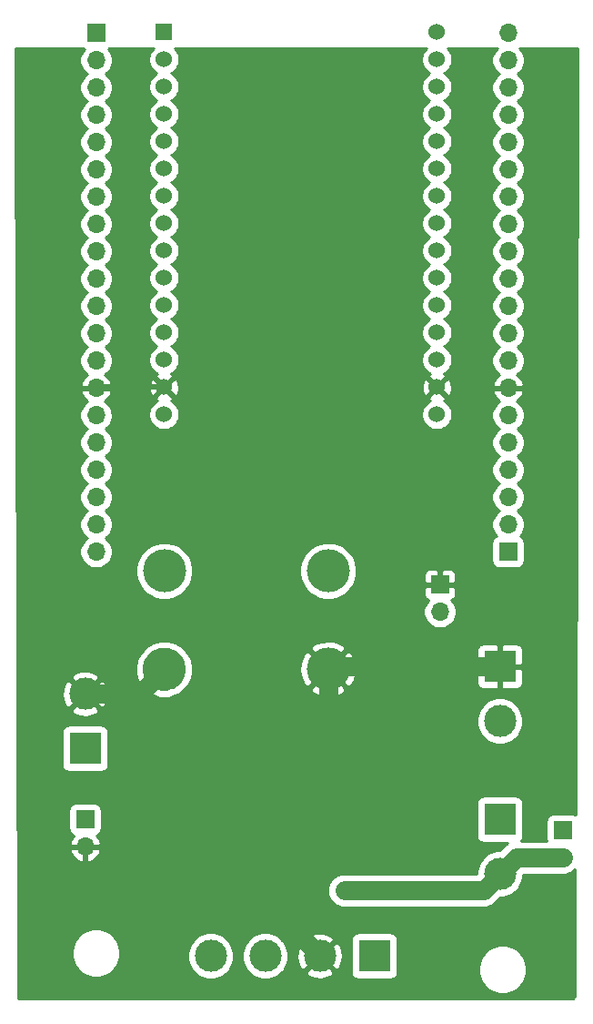
<source format=gbr>
%TF.GenerationSoftware,KiCad,Pcbnew,(5.1.6)-1*%
%TF.CreationDate,2021-01-28T02:18:38-06:00*%
%TF.ProjectId,tool_checkout_cabinet_modules,746f6f6c-5f63-4686-9563-6b6f75745f63,rev?*%
%TF.SameCoordinates,Original*%
%TF.FileFunction,Copper,L2,Bot*%
%TF.FilePolarity,Positive*%
%FSLAX46Y46*%
G04 Gerber Fmt 4.6, Leading zero omitted, Abs format (unit mm)*
G04 Created by KiCad (PCBNEW (5.1.6)-1) date 2021-01-28 02:18:38*
%MOMM*%
%LPD*%
G01*
G04 APERTURE LIST*
%TA.AperFunction,ComponentPad*%
%ADD10O,1.700000X1.700000*%
%TD*%
%TA.AperFunction,ComponentPad*%
%ADD11R,1.700000X1.700000*%
%TD*%
%TA.AperFunction,ComponentPad*%
%ADD12C,4.000000*%
%TD*%
%TA.AperFunction,ComponentPad*%
%ADD13C,0.100000*%
%TD*%
%TA.AperFunction,ComponentPad*%
%ADD14C,1.524000*%
%TD*%
%TA.AperFunction,ComponentPad*%
%ADD15R,1.524000X1.524000*%
%TD*%
%TA.AperFunction,ComponentPad*%
%ADD16C,3.000000*%
%TD*%
%TA.AperFunction,ComponentPad*%
%ADD17R,3.000000X3.000000*%
%TD*%
%TA.AperFunction,ViaPad*%
%ADD18C,0.800000*%
%TD*%
%TA.AperFunction,Conductor*%
%ADD19C,1.800000*%
%TD*%
%TA.AperFunction,Conductor*%
%ADD20C,0.250000*%
%TD*%
%TA.AperFunction,Conductor*%
%ADD21C,0.500000*%
%TD*%
%TA.AperFunction,Conductor*%
%ADD22C,0.254000*%
%TD*%
G04 APERTURE END LIST*
D10*
%TO.P,J6-ALT,2*%
%TO.N,Net-(D1-Pad2)*%
X212598000Y-132588000D03*
D11*
%TO.P,J6-ALT,1*%
%TO.N,J6-12v*%
X212598000Y-130048000D03*
%TD*%
D10*
%TO.P,J1-ALT,2*%
%TO.N,J6-12v*%
X201168000Y-109728000D03*
D11*
%TO.P,J1-ALT,1*%
%TO.N,GND*%
X201168000Y-107188000D03*
%TD*%
D10*
%TO.P,J5-ALT,2*%
%TO.N,GND*%
X168148000Y-131572000D03*
D11*
%TO.P,J5-ALT,1*%
%TO.N,IO32*%
X168148000Y-129032000D03*
%TD*%
D12*
%TO.P,A1,2*%
%TO.N,GND*%
X190754000Y-115062000D03*
%TO.P,A1,1*%
%TO.N,J6-12v*%
X190754000Y-105918000D03*
%TA.AperFunction,ComponentPad*%
D13*
%TO.P,A1,4*%
%TO.N,GND*%
G36*
X175220539Y-117040353D02*
G01*
X175028040Y-117002063D01*
X174840220Y-116945088D01*
X174658890Y-116869979D01*
X174485795Y-116777457D01*
X174322601Y-116668415D01*
X174170882Y-116543902D01*
X174032098Y-116405118D01*
X173907585Y-116253399D01*
X173798543Y-116090205D01*
X173706021Y-115917110D01*
X173630912Y-115735780D01*
X173573937Y-115547960D01*
X173535647Y-115355461D01*
X173516409Y-115160135D01*
X173516409Y-114963865D01*
X173535647Y-114768539D01*
X173573937Y-114576040D01*
X173630912Y-114388220D01*
X173706021Y-114206890D01*
X173798543Y-114033795D01*
X173907585Y-113870601D01*
X174032098Y-113718882D01*
X174170882Y-113580098D01*
X174322601Y-113455585D01*
X174485795Y-113346543D01*
X174658890Y-113254021D01*
X174840220Y-113178912D01*
X175028040Y-113121937D01*
X175220539Y-113083647D01*
X175415865Y-113064409D01*
X175612135Y-113064409D01*
X175807461Y-113083647D01*
X175999960Y-113121937D01*
X176187780Y-113178912D01*
X176369110Y-113254021D01*
X176542205Y-113346543D01*
X176705399Y-113455585D01*
X176857118Y-113580098D01*
X176995902Y-113718882D01*
X177120415Y-113870601D01*
X177229457Y-114033795D01*
X177321979Y-114206890D01*
X177397088Y-114388220D01*
X177454063Y-114576040D01*
X177492353Y-114768539D01*
X177511591Y-114963865D01*
X177511591Y-115160135D01*
X177492353Y-115355461D01*
X177454063Y-115547960D01*
X177397088Y-115735780D01*
X177321979Y-115917110D01*
X177229457Y-116090205D01*
X177120415Y-116253399D01*
X176995902Y-116405118D01*
X176857118Y-116543902D01*
X176705399Y-116668415D01*
X176542205Y-116777457D01*
X176369110Y-116869979D01*
X176187780Y-116945088D01*
X175999960Y-117002063D01*
X175807461Y-117040353D01*
X175612135Y-117059591D01*
X175415865Y-117059591D01*
X175220539Y-117040353D01*
G37*
%TD.AperFunction*%
D12*
%TO.P,A1,3*%
%TO.N,+5V*%
X175514000Y-105918000D03*
%TD*%
D14*
%TO.P,U1,30*%
%TO.N,Net-(J4-Pad20)*%
X200898000Y-55810000D03*
%TO.P,U1,29*%
%TO.N,Net-(J4-Pad19)*%
X200898000Y-58350000D03*
%TO.P,U1,28*%
%TO.N,Net-(J4-Pad18)*%
X200898000Y-60890000D03*
%TO.P,U1,27*%
%TO.N,Net-(J4-Pad17)*%
X200898000Y-63430000D03*
%TO.P,U1,26*%
%TO.N,Net-(J4-Pad16)*%
X200898000Y-65970000D03*
%TO.P,U1,25*%
%TO.N,Net-(J4-Pad15)*%
X200898000Y-68510000D03*
%TO.P,U1,24*%
%TO.N,Net-(J4-Pad14)*%
X200898000Y-71050000D03*
%TO.P,U1,23*%
%TO.N,Net-(J4-Pad13)*%
X200898000Y-73590000D03*
%TO.P,U1,22*%
%TO.N,Net-(J4-Pad12)*%
X200898000Y-76130000D03*
%TO.P,U1,21*%
%TO.N,Net-(J4-Pad11)*%
X200898000Y-78670000D03*
%TO.P,U1,20*%
%TO.N,IO4*%
X200898000Y-81210000D03*
%TO.P,U1,19*%
%TO.N,Net-(J4-Pad9)*%
X200898000Y-83750000D03*
%TO.P,U1,18*%
%TO.N,Net-(J4-Pad8)*%
X200898000Y-86290000D03*
%TO.P,U1,17*%
%TO.N,GND*%
X200898000Y-88830000D03*
%TO.P,U1,16*%
%TO.N,Net-(J4-Pad6)*%
X200898000Y-91370000D03*
%TO.P,U1,15*%
%TO.N,+5V*%
X175498000Y-91370000D03*
%TO.P,U1,14*%
%TO.N,GND*%
X175498000Y-88830000D03*
%TO.P,U1,13*%
%TO.N,Net-(J3-Pad13)*%
X175498000Y-86290000D03*
%TO.P,U1,12*%
%TO.N,Net-(J3-Pad12)*%
X175498000Y-83750000D03*
%TO.P,U1,11*%
%TO.N,Net-(J3-Pad11)*%
X175498000Y-81210000D03*
%TO.P,U1,10*%
%TO.N,Net-(J3-Pad10)*%
X175498000Y-78670000D03*
%TO.P,U1,9*%
%TO.N,Net-(J3-Pad9)*%
X175498000Y-76130000D03*
%TO.P,U1,8*%
%TO.N,Net-(J3-Pad8)*%
X175498000Y-73590000D03*
%TO.P,U1,7*%
%TO.N,Net-(J3-Pad7)*%
X175498000Y-71050000D03*
%TO.P,U1,6*%
%TO.N,IO32*%
X175498000Y-68510000D03*
%TO.P,U1,5*%
%TO.N,IO35*%
X175498000Y-65970000D03*
%TO.P,U1,4*%
%TO.N,IO34*%
X175498000Y-63430000D03*
%TO.P,U1,3*%
%TO.N,Net-(J3-Pad3)*%
X175498000Y-60890000D03*
%TO.P,U1,2*%
%TO.N,Net-(J3-Pad2)*%
X175498000Y-58350000D03*
D15*
%TO.P,U1,1*%
%TO.N,Net-(J3-Pad1)*%
X175498000Y-55810000D03*
%TD*%
D16*
%TO.P,J1,2*%
%TO.N,J6-12v*%
X206756000Y-119888000D03*
D17*
%TO.P,J1,1*%
%TO.N,GND*%
X206756000Y-114808000D03*
%TD*%
D16*
%TO.P,J2,4*%
%TO.N,Net-(J2-Pad4)*%
X179832000Y-141732000D03*
D17*
%TO.P,J2,1*%
%TO.N,J6-12v*%
X195072000Y-141732000D03*
D16*
%TO.P,J2,3*%
%TO.N,Net-(J2-Pad3)*%
X184912000Y-141732000D03*
%TO.P,J2,2*%
%TO.N,GND*%
X189992000Y-141732000D03*
%TD*%
D10*
%TO.P,J3,20*%
%TO.N,Net-(J3-Pad20)*%
X169164000Y-104140000D03*
%TO.P,J3,19*%
%TO.N,Net-(J3-Pad19)*%
X169164000Y-101600000D03*
%TO.P,J3,18*%
%TO.N,Net-(J3-Pad18)*%
X169164000Y-99060000D03*
%TO.P,J3,17*%
%TO.N,Net-(J3-Pad17)*%
X169164000Y-96520000D03*
%TO.P,J3,16*%
%TO.N,Net-(J3-Pad16)*%
X169164000Y-93980000D03*
%TO.P,J3,15*%
%TO.N,+5V*%
X169164000Y-91440000D03*
%TO.P,J3,14*%
%TO.N,GND*%
X169164000Y-88900000D03*
%TO.P,J3,13*%
%TO.N,Net-(J3-Pad13)*%
X169164000Y-86360000D03*
%TO.P,J3,12*%
%TO.N,Net-(J3-Pad12)*%
X169164000Y-83820000D03*
%TO.P,J3,11*%
%TO.N,Net-(J3-Pad11)*%
X169164000Y-81280000D03*
%TO.P,J3,10*%
%TO.N,Net-(J3-Pad10)*%
X169164000Y-78740000D03*
%TO.P,J3,9*%
%TO.N,Net-(J3-Pad9)*%
X169164000Y-76200000D03*
%TO.P,J3,8*%
%TO.N,Net-(J3-Pad8)*%
X169164000Y-73660000D03*
%TO.P,J3,7*%
%TO.N,Net-(J3-Pad7)*%
X169164000Y-71120000D03*
%TO.P,J3,6*%
%TO.N,IO32*%
X169164000Y-68580000D03*
%TO.P,J3,5*%
%TO.N,IO35*%
X169164000Y-66040000D03*
%TO.P,J3,4*%
%TO.N,IO34*%
X169164000Y-63500000D03*
%TO.P,J3,3*%
%TO.N,Net-(J3-Pad3)*%
X169164000Y-60960000D03*
%TO.P,J3,2*%
%TO.N,Net-(J3-Pad2)*%
X169164000Y-58420000D03*
D11*
%TO.P,J3,1*%
%TO.N,Net-(J3-Pad1)*%
X169164000Y-55880000D03*
%TD*%
D10*
%TO.P,J4,20*%
%TO.N,Net-(J4-Pad20)*%
X207518000Y-55880000D03*
%TO.P,J4,19*%
%TO.N,Net-(J4-Pad19)*%
X207518000Y-58420000D03*
%TO.P,J4,18*%
%TO.N,Net-(J4-Pad18)*%
X207518000Y-60960000D03*
%TO.P,J4,17*%
%TO.N,Net-(J4-Pad17)*%
X207518000Y-63500000D03*
%TO.P,J4,16*%
%TO.N,Net-(J4-Pad16)*%
X207518000Y-66040000D03*
%TO.P,J4,15*%
%TO.N,Net-(J4-Pad15)*%
X207518000Y-68580000D03*
%TO.P,J4,14*%
%TO.N,Net-(J4-Pad14)*%
X207518000Y-71120000D03*
%TO.P,J4,13*%
%TO.N,Net-(J4-Pad13)*%
X207518000Y-73660000D03*
%TO.P,J4,12*%
%TO.N,Net-(J4-Pad12)*%
X207518000Y-76200000D03*
%TO.P,J4,11*%
%TO.N,Net-(J4-Pad11)*%
X207518000Y-78740000D03*
%TO.P,J4,10*%
%TO.N,IO4*%
X207518000Y-81280000D03*
%TO.P,J4,9*%
%TO.N,Net-(J4-Pad9)*%
X207518000Y-83820000D03*
%TO.P,J4,8*%
%TO.N,Net-(J4-Pad8)*%
X207518000Y-86360000D03*
%TO.P,J4,7*%
%TO.N,GND*%
X207518000Y-88900000D03*
%TO.P,J4,6*%
%TO.N,Net-(J4-Pad6)*%
X207518000Y-91440000D03*
%TO.P,J4,5*%
%TO.N,Net-(J4-Pad5)*%
X207518000Y-93980000D03*
%TO.P,J4,4*%
%TO.N,Net-(J4-Pad4)*%
X207518000Y-96520000D03*
%TO.P,J4,3*%
%TO.N,Net-(J4-Pad3)*%
X207518000Y-99060000D03*
%TO.P,J4,2*%
%TO.N,Net-(J4-Pad2)*%
X207518000Y-101600000D03*
D11*
%TO.P,J4,1*%
%TO.N,Net-(J4-Pad1)*%
X207518000Y-104140000D03*
%TD*%
D16*
%TO.P,J5,2*%
%TO.N,GND*%
X168148000Y-117348000D03*
D17*
%TO.P,J5,1*%
%TO.N,IO32*%
X168148000Y-122428000D03*
%TD*%
D16*
%TO.P,J6,2*%
%TO.N,Net-(D1-Pad2)*%
X206756000Y-134112000D03*
D17*
%TO.P,J6,1*%
%TO.N,J6-12v*%
X206756000Y-129032000D03*
%TD*%
D18*
%TO.N,GND*%
X180086000Y-126746000D03*
X174752000Y-125730000D03*
X187198000Y-133096000D03*
X189992000Y-125730000D03*
X186055000Y-132715000D03*
X185293000Y-131953000D03*
X189966000Y-128244000D03*
%TO.N,Net-(D1-Pad2)*%
X194310000Y-135636000D03*
X195326000Y-135636000D03*
X193294000Y-135636000D03*
X192278000Y-135636000D03*
%TD*%
D19*
%TO.N,GND*%
X173228000Y-117348000D02*
X175514000Y-115062000D01*
X168148000Y-117348000D02*
X173228000Y-117348000D01*
X191008000Y-114808000D02*
X190754000Y-115062000D01*
X206756000Y-114808000D02*
X191008000Y-114808000D01*
D20*
X169234000Y-88830000D02*
X169164000Y-88900000D01*
D21*
X175498000Y-88830000D02*
X169234000Y-88830000D01*
X174752000Y-118872000D02*
X173228000Y-117348000D01*
X174752000Y-125730000D02*
X174752000Y-118872000D01*
X175768000Y-126746000D02*
X174752000Y-125730000D01*
X180086000Y-126746000D02*
X175768000Y-126746000D01*
D19*
X187198000Y-138938000D02*
X189992000Y-141732000D01*
X187198000Y-133096000D02*
X187198000Y-138938000D01*
X186436000Y-133096000D02*
X185293000Y-131953000D01*
X187198000Y-133096000D02*
X186436000Y-133096000D01*
X190754000Y-124460000D02*
X190627000Y-124587000D01*
X190754000Y-115062000D02*
X190754000Y-124460000D01*
X187198000Y-128016000D02*
X189992000Y-125222000D01*
X187198000Y-133096000D02*
X187198000Y-128016000D01*
X185293000Y-131953000D02*
X180086000Y-126746000D01*
X190627000Y-124587000D02*
X189992000Y-125222000D01*
%TO.N,Net-(D1-Pad2)*%
X198374000Y-135636000D02*
X192278000Y-135636000D01*
X194310000Y-135636000D02*
X198374000Y-135636000D01*
X205232000Y-135636000D02*
X206756000Y-134112000D01*
X198374000Y-135636000D02*
X205232000Y-135636000D01*
X208280000Y-132588000D02*
X206756000Y-134112000D01*
X212598000Y-132588000D02*
X208280000Y-132588000D01*
%TD*%
D22*
%TO.N,GND*%
G36*
X167936059Y-57295628D02*
G01*
X168053670Y-57358492D01*
X168063133Y-57361362D01*
X167977901Y-57446594D01*
X167810790Y-57696694D01*
X167695681Y-57974590D01*
X167637000Y-58269604D01*
X167637000Y-58570396D01*
X167695681Y-58865410D01*
X167810790Y-59143306D01*
X167977901Y-59393406D01*
X168190594Y-59606099D01*
X168316161Y-59690000D01*
X168190594Y-59773901D01*
X167977901Y-59986594D01*
X167810790Y-60236694D01*
X167695681Y-60514590D01*
X167637000Y-60809604D01*
X167637000Y-61110396D01*
X167695681Y-61405410D01*
X167810790Y-61683306D01*
X167977901Y-61933406D01*
X168190594Y-62146099D01*
X168316161Y-62230000D01*
X168190594Y-62313901D01*
X167977901Y-62526594D01*
X167810790Y-62776694D01*
X167695681Y-63054590D01*
X167637000Y-63349604D01*
X167637000Y-63650396D01*
X167695681Y-63945410D01*
X167810790Y-64223306D01*
X167977901Y-64473406D01*
X168190594Y-64686099D01*
X168316161Y-64770000D01*
X168190594Y-64853901D01*
X167977901Y-65066594D01*
X167810790Y-65316694D01*
X167695681Y-65594590D01*
X167637000Y-65889604D01*
X167637000Y-66190396D01*
X167695681Y-66485410D01*
X167810790Y-66763306D01*
X167977901Y-67013406D01*
X168190594Y-67226099D01*
X168316161Y-67310000D01*
X168190594Y-67393901D01*
X167977901Y-67606594D01*
X167810790Y-67856694D01*
X167695681Y-68134590D01*
X167637000Y-68429604D01*
X167637000Y-68730396D01*
X167695681Y-69025410D01*
X167810790Y-69303306D01*
X167977901Y-69553406D01*
X168190594Y-69766099D01*
X168316161Y-69850000D01*
X168190594Y-69933901D01*
X167977901Y-70146594D01*
X167810790Y-70396694D01*
X167695681Y-70674590D01*
X167637000Y-70969604D01*
X167637000Y-71270396D01*
X167695681Y-71565410D01*
X167810790Y-71843306D01*
X167977901Y-72093406D01*
X168190594Y-72306099D01*
X168316161Y-72390000D01*
X168190594Y-72473901D01*
X167977901Y-72686594D01*
X167810790Y-72936694D01*
X167695681Y-73214590D01*
X167637000Y-73509604D01*
X167637000Y-73810396D01*
X167695681Y-74105410D01*
X167810790Y-74383306D01*
X167977901Y-74633406D01*
X168190594Y-74846099D01*
X168316161Y-74930000D01*
X168190594Y-75013901D01*
X167977901Y-75226594D01*
X167810790Y-75476694D01*
X167695681Y-75754590D01*
X167637000Y-76049604D01*
X167637000Y-76350396D01*
X167695681Y-76645410D01*
X167810790Y-76923306D01*
X167977901Y-77173406D01*
X168190594Y-77386099D01*
X168316161Y-77470000D01*
X168190594Y-77553901D01*
X167977901Y-77766594D01*
X167810790Y-78016694D01*
X167695681Y-78294590D01*
X167637000Y-78589604D01*
X167637000Y-78890396D01*
X167695681Y-79185410D01*
X167810790Y-79463306D01*
X167977901Y-79713406D01*
X168190594Y-79926099D01*
X168316161Y-80010000D01*
X168190594Y-80093901D01*
X167977901Y-80306594D01*
X167810790Y-80556694D01*
X167695681Y-80834590D01*
X167637000Y-81129604D01*
X167637000Y-81430396D01*
X167695681Y-81725410D01*
X167810790Y-82003306D01*
X167977901Y-82253406D01*
X168190594Y-82466099D01*
X168316161Y-82550000D01*
X168190594Y-82633901D01*
X167977901Y-82846594D01*
X167810790Y-83096694D01*
X167695681Y-83374590D01*
X167637000Y-83669604D01*
X167637000Y-83970396D01*
X167695681Y-84265410D01*
X167810790Y-84543306D01*
X167977901Y-84793406D01*
X168190594Y-85006099D01*
X168316161Y-85090000D01*
X168190594Y-85173901D01*
X167977901Y-85386594D01*
X167810790Y-85636694D01*
X167695681Y-85914590D01*
X167637000Y-86209604D01*
X167637000Y-86510396D01*
X167695681Y-86805410D01*
X167810790Y-87083306D01*
X167977901Y-87333406D01*
X168190594Y-87546099D01*
X168359566Y-87659002D01*
X168282645Y-87704822D01*
X168066412Y-87899731D01*
X167892359Y-88133080D01*
X167767175Y-88395901D01*
X167722524Y-88543110D01*
X167843845Y-88773000D01*
X169037000Y-88773000D01*
X169037000Y-88753000D01*
X169291000Y-88753000D01*
X169291000Y-88773000D01*
X170484155Y-88773000D01*
X170605476Y-88543110D01*
X170560825Y-88395901D01*
X170435641Y-88133080D01*
X170261588Y-87899731D01*
X170045355Y-87704822D01*
X169968434Y-87659002D01*
X170137406Y-87546099D01*
X170350099Y-87333406D01*
X170517210Y-87083306D01*
X170632319Y-86805410D01*
X170691000Y-86510396D01*
X170691000Y-86209604D01*
X170632319Y-85914590D01*
X170517210Y-85636694D01*
X170350099Y-85386594D01*
X170137406Y-85173901D01*
X170011839Y-85090000D01*
X170137406Y-85006099D01*
X170350099Y-84793406D01*
X170517210Y-84543306D01*
X170632319Y-84265410D01*
X170691000Y-83970396D01*
X170691000Y-83669604D01*
X170632319Y-83374590D01*
X170517210Y-83096694D01*
X170350099Y-82846594D01*
X170137406Y-82633901D01*
X170011839Y-82550000D01*
X170137406Y-82466099D01*
X170350099Y-82253406D01*
X170517210Y-82003306D01*
X170632319Y-81725410D01*
X170691000Y-81430396D01*
X170691000Y-81129604D01*
X170632319Y-80834590D01*
X170517210Y-80556694D01*
X170350099Y-80306594D01*
X170137406Y-80093901D01*
X170011839Y-80010000D01*
X170137406Y-79926099D01*
X170350099Y-79713406D01*
X170517210Y-79463306D01*
X170632319Y-79185410D01*
X170691000Y-78890396D01*
X170691000Y-78589604D01*
X170632319Y-78294590D01*
X170517210Y-78016694D01*
X170350099Y-77766594D01*
X170137406Y-77553901D01*
X170011839Y-77470000D01*
X170137406Y-77386099D01*
X170350099Y-77173406D01*
X170517210Y-76923306D01*
X170632319Y-76645410D01*
X170691000Y-76350396D01*
X170691000Y-76049604D01*
X170632319Y-75754590D01*
X170517210Y-75476694D01*
X170350099Y-75226594D01*
X170137406Y-75013901D01*
X170011839Y-74930000D01*
X170137406Y-74846099D01*
X170350099Y-74633406D01*
X170517210Y-74383306D01*
X170632319Y-74105410D01*
X170691000Y-73810396D01*
X170691000Y-73509604D01*
X170632319Y-73214590D01*
X170517210Y-72936694D01*
X170350099Y-72686594D01*
X170137406Y-72473901D01*
X170011839Y-72390000D01*
X170137406Y-72306099D01*
X170350099Y-72093406D01*
X170517210Y-71843306D01*
X170632319Y-71565410D01*
X170691000Y-71270396D01*
X170691000Y-70969604D01*
X170632319Y-70674590D01*
X170517210Y-70396694D01*
X170350099Y-70146594D01*
X170137406Y-69933901D01*
X170011839Y-69850000D01*
X170137406Y-69766099D01*
X170350099Y-69553406D01*
X170517210Y-69303306D01*
X170632319Y-69025410D01*
X170691000Y-68730396D01*
X170691000Y-68429604D01*
X170632319Y-68134590D01*
X170517210Y-67856694D01*
X170350099Y-67606594D01*
X170137406Y-67393901D01*
X170011839Y-67310000D01*
X170137406Y-67226099D01*
X170350099Y-67013406D01*
X170517210Y-66763306D01*
X170632319Y-66485410D01*
X170691000Y-66190396D01*
X170691000Y-65889604D01*
X170632319Y-65594590D01*
X170517210Y-65316694D01*
X170350099Y-65066594D01*
X170137406Y-64853901D01*
X170011839Y-64770000D01*
X170137406Y-64686099D01*
X170350099Y-64473406D01*
X170517210Y-64223306D01*
X170632319Y-63945410D01*
X170691000Y-63650396D01*
X170691000Y-63349604D01*
X170632319Y-63054590D01*
X170517210Y-62776694D01*
X170350099Y-62526594D01*
X170137406Y-62313901D01*
X170011839Y-62230000D01*
X170137406Y-62146099D01*
X170350099Y-61933406D01*
X170517210Y-61683306D01*
X170632319Y-61405410D01*
X170691000Y-61110396D01*
X170691000Y-60809604D01*
X170632319Y-60514590D01*
X170517210Y-60236694D01*
X170350099Y-59986594D01*
X170137406Y-59773901D01*
X170011839Y-59690000D01*
X170137406Y-59606099D01*
X170350099Y-59393406D01*
X170517210Y-59143306D01*
X170632319Y-58865410D01*
X170691000Y-58570396D01*
X170691000Y-58269604D01*
X170632319Y-57974590D01*
X170517210Y-57696694D01*
X170350099Y-57446594D01*
X170264867Y-57361362D01*
X170274330Y-57358492D01*
X170391941Y-57295628D01*
X170414639Y-57277000D01*
X174535946Y-57277000D01*
X174380255Y-57432691D01*
X174222774Y-57668378D01*
X174114300Y-57930259D01*
X174059000Y-58208271D01*
X174059000Y-58491729D01*
X174114300Y-58769741D01*
X174222774Y-59031622D01*
X174380255Y-59267309D01*
X174580691Y-59467745D01*
X174808557Y-59620000D01*
X174580691Y-59772255D01*
X174380255Y-59972691D01*
X174222774Y-60208378D01*
X174114300Y-60470259D01*
X174059000Y-60748271D01*
X174059000Y-61031729D01*
X174114300Y-61309741D01*
X174222774Y-61571622D01*
X174380255Y-61807309D01*
X174580691Y-62007745D01*
X174808557Y-62160000D01*
X174580691Y-62312255D01*
X174380255Y-62512691D01*
X174222774Y-62748378D01*
X174114300Y-63010259D01*
X174059000Y-63288271D01*
X174059000Y-63571729D01*
X174114300Y-63849741D01*
X174222774Y-64111622D01*
X174380255Y-64347309D01*
X174580691Y-64547745D01*
X174808557Y-64700000D01*
X174580691Y-64852255D01*
X174380255Y-65052691D01*
X174222774Y-65288378D01*
X174114300Y-65550259D01*
X174059000Y-65828271D01*
X174059000Y-66111729D01*
X174114300Y-66389741D01*
X174222774Y-66651622D01*
X174380255Y-66887309D01*
X174580691Y-67087745D01*
X174808557Y-67240000D01*
X174580691Y-67392255D01*
X174380255Y-67592691D01*
X174222774Y-67828378D01*
X174114300Y-68090259D01*
X174059000Y-68368271D01*
X174059000Y-68651729D01*
X174114300Y-68929741D01*
X174222774Y-69191622D01*
X174380255Y-69427309D01*
X174580691Y-69627745D01*
X174808557Y-69780000D01*
X174580691Y-69932255D01*
X174380255Y-70132691D01*
X174222774Y-70368378D01*
X174114300Y-70630259D01*
X174059000Y-70908271D01*
X174059000Y-71191729D01*
X174114300Y-71469741D01*
X174222774Y-71731622D01*
X174380255Y-71967309D01*
X174580691Y-72167745D01*
X174808557Y-72320000D01*
X174580691Y-72472255D01*
X174380255Y-72672691D01*
X174222774Y-72908378D01*
X174114300Y-73170259D01*
X174059000Y-73448271D01*
X174059000Y-73731729D01*
X174114300Y-74009741D01*
X174222774Y-74271622D01*
X174380255Y-74507309D01*
X174580691Y-74707745D01*
X174808557Y-74860000D01*
X174580691Y-75012255D01*
X174380255Y-75212691D01*
X174222774Y-75448378D01*
X174114300Y-75710259D01*
X174059000Y-75988271D01*
X174059000Y-76271729D01*
X174114300Y-76549741D01*
X174222774Y-76811622D01*
X174380255Y-77047309D01*
X174580691Y-77247745D01*
X174808557Y-77400000D01*
X174580691Y-77552255D01*
X174380255Y-77752691D01*
X174222774Y-77988378D01*
X174114300Y-78250259D01*
X174059000Y-78528271D01*
X174059000Y-78811729D01*
X174114300Y-79089741D01*
X174222774Y-79351622D01*
X174380255Y-79587309D01*
X174580691Y-79787745D01*
X174808557Y-79940000D01*
X174580691Y-80092255D01*
X174380255Y-80292691D01*
X174222774Y-80528378D01*
X174114300Y-80790259D01*
X174059000Y-81068271D01*
X174059000Y-81351729D01*
X174114300Y-81629741D01*
X174222774Y-81891622D01*
X174380255Y-82127309D01*
X174580691Y-82327745D01*
X174808557Y-82480000D01*
X174580691Y-82632255D01*
X174380255Y-82832691D01*
X174222774Y-83068378D01*
X174114300Y-83330259D01*
X174059000Y-83608271D01*
X174059000Y-83891729D01*
X174114300Y-84169741D01*
X174222774Y-84431622D01*
X174380255Y-84667309D01*
X174580691Y-84867745D01*
X174808557Y-85020000D01*
X174580691Y-85172255D01*
X174380255Y-85372691D01*
X174222774Y-85608378D01*
X174114300Y-85870259D01*
X174059000Y-86148271D01*
X174059000Y-86431729D01*
X174114300Y-86709741D01*
X174222774Y-86971622D01*
X174380255Y-87207309D01*
X174580691Y-87407745D01*
X174816378Y-87565226D01*
X174857644Y-87582319D01*
X174779020Y-87624344D01*
X174712040Y-87864435D01*
X175498000Y-88650395D01*
X176283960Y-87864435D01*
X176216980Y-87624344D01*
X176132642Y-87584686D01*
X176179622Y-87565226D01*
X176415309Y-87407745D01*
X176615745Y-87207309D01*
X176773226Y-86971622D01*
X176881700Y-86709741D01*
X176937000Y-86431729D01*
X176937000Y-86148271D01*
X176881700Y-85870259D01*
X176773226Y-85608378D01*
X176615745Y-85372691D01*
X176415309Y-85172255D01*
X176187443Y-85020000D01*
X176415309Y-84867745D01*
X176615745Y-84667309D01*
X176773226Y-84431622D01*
X176881700Y-84169741D01*
X176937000Y-83891729D01*
X176937000Y-83608271D01*
X176881700Y-83330259D01*
X176773226Y-83068378D01*
X176615745Y-82832691D01*
X176415309Y-82632255D01*
X176187443Y-82480000D01*
X176415309Y-82327745D01*
X176615745Y-82127309D01*
X176773226Y-81891622D01*
X176881700Y-81629741D01*
X176937000Y-81351729D01*
X176937000Y-81068271D01*
X176881700Y-80790259D01*
X176773226Y-80528378D01*
X176615745Y-80292691D01*
X176415309Y-80092255D01*
X176187443Y-79940000D01*
X176415309Y-79787745D01*
X176615745Y-79587309D01*
X176773226Y-79351622D01*
X176881700Y-79089741D01*
X176937000Y-78811729D01*
X176937000Y-78528271D01*
X176881700Y-78250259D01*
X176773226Y-77988378D01*
X176615745Y-77752691D01*
X176415309Y-77552255D01*
X176187443Y-77400000D01*
X176415309Y-77247745D01*
X176615745Y-77047309D01*
X176773226Y-76811622D01*
X176881700Y-76549741D01*
X176937000Y-76271729D01*
X176937000Y-75988271D01*
X176881700Y-75710259D01*
X176773226Y-75448378D01*
X176615745Y-75212691D01*
X176415309Y-75012255D01*
X176187443Y-74860000D01*
X176415309Y-74707745D01*
X176615745Y-74507309D01*
X176773226Y-74271622D01*
X176881700Y-74009741D01*
X176937000Y-73731729D01*
X176937000Y-73448271D01*
X176881700Y-73170259D01*
X176773226Y-72908378D01*
X176615745Y-72672691D01*
X176415309Y-72472255D01*
X176187443Y-72320000D01*
X176415309Y-72167745D01*
X176615745Y-71967309D01*
X176773226Y-71731622D01*
X176881700Y-71469741D01*
X176937000Y-71191729D01*
X176937000Y-70908271D01*
X176881700Y-70630259D01*
X176773226Y-70368378D01*
X176615745Y-70132691D01*
X176415309Y-69932255D01*
X176187443Y-69780000D01*
X176415309Y-69627745D01*
X176615745Y-69427309D01*
X176773226Y-69191622D01*
X176881700Y-68929741D01*
X176937000Y-68651729D01*
X176937000Y-68368271D01*
X176881700Y-68090259D01*
X176773226Y-67828378D01*
X176615745Y-67592691D01*
X176415309Y-67392255D01*
X176187443Y-67240000D01*
X176415309Y-67087745D01*
X176615745Y-66887309D01*
X176773226Y-66651622D01*
X176881700Y-66389741D01*
X176937000Y-66111729D01*
X176937000Y-65828271D01*
X176881700Y-65550259D01*
X176773226Y-65288378D01*
X176615745Y-65052691D01*
X176415309Y-64852255D01*
X176187443Y-64700000D01*
X176415309Y-64547745D01*
X176615745Y-64347309D01*
X176773226Y-64111622D01*
X176881700Y-63849741D01*
X176937000Y-63571729D01*
X176937000Y-63288271D01*
X176881700Y-63010259D01*
X176773226Y-62748378D01*
X176615745Y-62512691D01*
X176415309Y-62312255D01*
X176187443Y-62160000D01*
X176415309Y-62007745D01*
X176615745Y-61807309D01*
X176773226Y-61571622D01*
X176881700Y-61309741D01*
X176937000Y-61031729D01*
X176937000Y-60748271D01*
X176881700Y-60470259D01*
X176773226Y-60208378D01*
X176615745Y-59972691D01*
X176415309Y-59772255D01*
X176187443Y-59620000D01*
X176415309Y-59467745D01*
X176615745Y-59267309D01*
X176773226Y-59031622D01*
X176881700Y-58769741D01*
X176937000Y-58491729D01*
X176937000Y-58208271D01*
X176881700Y-57930259D01*
X176773226Y-57668378D01*
X176615745Y-57432691D01*
X176460054Y-57277000D01*
X199935946Y-57277000D01*
X199780255Y-57432691D01*
X199622774Y-57668378D01*
X199514300Y-57930259D01*
X199459000Y-58208271D01*
X199459000Y-58491729D01*
X199514300Y-58769741D01*
X199622774Y-59031622D01*
X199780255Y-59267309D01*
X199980691Y-59467745D01*
X200208557Y-59620000D01*
X199980691Y-59772255D01*
X199780255Y-59972691D01*
X199622774Y-60208378D01*
X199514300Y-60470259D01*
X199459000Y-60748271D01*
X199459000Y-61031729D01*
X199514300Y-61309741D01*
X199622774Y-61571622D01*
X199780255Y-61807309D01*
X199980691Y-62007745D01*
X200208557Y-62160000D01*
X199980691Y-62312255D01*
X199780255Y-62512691D01*
X199622774Y-62748378D01*
X199514300Y-63010259D01*
X199459000Y-63288271D01*
X199459000Y-63571729D01*
X199514300Y-63849741D01*
X199622774Y-64111622D01*
X199780255Y-64347309D01*
X199980691Y-64547745D01*
X200208557Y-64700000D01*
X199980691Y-64852255D01*
X199780255Y-65052691D01*
X199622774Y-65288378D01*
X199514300Y-65550259D01*
X199459000Y-65828271D01*
X199459000Y-66111729D01*
X199514300Y-66389741D01*
X199622774Y-66651622D01*
X199780255Y-66887309D01*
X199980691Y-67087745D01*
X200208557Y-67240000D01*
X199980691Y-67392255D01*
X199780255Y-67592691D01*
X199622774Y-67828378D01*
X199514300Y-68090259D01*
X199459000Y-68368271D01*
X199459000Y-68651729D01*
X199514300Y-68929741D01*
X199622774Y-69191622D01*
X199780255Y-69427309D01*
X199980691Y-69627745D01*
X200208557Y-69780000D01*
X199980691Y-69932255D01*
X199780255Y-70132691D01*
X199622774Y-70368378D01*
X199514300Y-70630259D01*
X199459000Y-70908271D01*
X199459000Y-71191729D01*
X199514300Y-71469741D01*
X199622774Y-71731622D01*
X199780255Y-71967309D01*
X199980691Y-72167745D01*
X200208557Y-72320000D01*
X199980691Y-72472255D01*
X199780255Y-72672691D01*
X199622774Y-72908378D01*
X199514300Y-73170259D01*
X199459000Y-73448271D01*
X199459000Y-73731729D01*
X199514300Y-74009741D01*
X199622774Y-74271622D01*
X199780255Y-74507309D01*
X199980691Y-74707745D01*
X200208557Y-74860000D01*
X199980691Y-75012255D01*
X199780255Y-75212691D01*
X199622774Y-75448378D01*
X199514300Y-75710259D01*
X199459000Y-75988271D01*
X199459000Y-76271729D01*
X199514300Y-76549741D01*
X199622774Y-76811622D01*
X199780255Y-77047309D01*
X199980691Y-77247745D01*
X200208557Y-77400000D01*
X199980691Y-77552255D01*
X199780255Y-77752691D01*
X199622774Y-77988378D01*
X199514300Y-78250259D01*
X199459000Y-78528271D01*
X199459000Y-78811729D01*
X199514300Y-79089741D01*
X199622774Y-79351622D01*
X199780255Y-79587309D01*
X199980691Y-79787745D01*
X200208557Y-79940000D01*
X199980691Y-80092255D01*
X199780255Y-80292691D01*
X199622774Y-80528378D01*
X199514300Y-80790259D01*
X199459000Y-81068271D01*
X199459000Y-81351729D01*
X199514300Y-81629741D01*
X199622774Y-81891622D01*
X199780255Y-82127309D01*
X199980691Y-82327745D01*
X200208557Y-82480000D01*
X199980691Y-82632255D01*
X199780255Y-82832691D01*
X199622774Y-83068378D01*
X199514300Y-83330259D01*
X199459000Y-83608271D01*
X199459000Y-83891729D01*
X199514300Y-84169741D01*
X199622774Y-84431622D01*
X199780255Y-84667309D01*
X199980691Y-84867745D01*
X200208557Y-85020000D01*
X199980691Y-85172255D01*
X199780255Y-85372691D01*
X199622774Y-85608378D01*
X199514300Y-85870259D01*
X199459000Y-86148271D01*
X199459000Y-86431729D01*
X199514300Y-86709741D01*
X199622774Y-86971622D01*
X199780255Y-87207309D01*
X199980691Y-87407745D01*
X200216378Y-87565226D01*
X200257644Y-87582319D01*
X200179020Y-87624344D01*
X200112040Y-87864435D01*
X200898000Y-88650395D01*
X201683960Y-87864435D01*
X201616980Y-87624344D01*
X201532642Y-87584686D01*
X201579622Y-87565226D01*
X201815309Y-87407745D01*
X202015745Y-87207309D01*
X202173226Y-86971622D01*
X202281700Y-86709741D01*
X202337000Y-86431729D01*
X202337000Y-86148271D01*
X202281700Y-85870259D01*
X202173226Y-85608378D01*
X202015745Y-85372691D01*
X201815309Y-85172255D01*
X201587443Y-85020000D01*
X201815309Y-84867745D01*
X202015745Y-84667309D01*
X202173226Y-84431622D01*
X202281700Y-84169741D01*
X202337000Y-83891729D01*
X202337000Y-83608271D01*
X202281700Y-83330259D01*
X202173226Y-83068378D01*
X202015745Y-82832691D01*
X201815309Y-82632255D01*
X201587443Y-82480000D01*
X201815309Y-82327745D01*
X202015745Y-82127309D01*
X202173226Y-81891622D01*
X202281700Y-81629741D01*
X202337000Y-81351729D01*
X202337000Y-81068271D01*
X202281700Y-80790259D01*
X202173226Y-80528378D01*
X202015745Y-80292691D01*
X201815309Y-80092255D01*
X201587443Y-79940000D01*
X201815309Y-79787745D01*
X202015745Y-79587309D01*
X202173226Y-79351622D01*
X202281700Y-79089741D01*
X202337000Y-78811729D01*
X202337000Y-78528271D01*
X202281700Y-78250259D01*
X202173226Y-77988378D01*
X202015745Y-77752691D01*
X201815309Y-77552255D01*
X201587443Y-77400000D01*
X201815309Y-77247745D01*
X202015745Y-77047309D01*
X202173226Y-76811622D01*
X202281700Y-76549741D01*
X202337000Y-76271729D01*
X202337000Y-75988271D01*
X202281700Y-75710259D01*
X202173226Y-75448378D01*
X202015745Y-75212691D01*
X201815309Y-75012255D01*
X201587443Y-74860000D01*
X201815309Y-74707745D01*
X202015745Y-74507309D01*
X202173226Y-74271622D01*
X202281700Y-74009741D01*
X202337000Y-73731729D01*
X202337000Y-73448271D01*
X202281700Y-73170259D01*
X202173226Y-72908378D01*
X202015745Y-72672691D01*
X201815309Y-72472255D01*
X201587443Y-72320000D01*
X201815309Y-72167745D01*
X202015745Y-71967309D01*
X202173226Y-71731622D01*
X202281700Y-71469741D01*
X202337000Y-71191729D01*
X202337000Y-70908271D01*
X202281700Y-70630259D01*
X202173226Y-70368378D01*
X202015745Y-70132691D01*
X201815309Y-69932255D01*
X201587443Y-69780000D01*
X201815309Y-69627745D01*
X202015745Y-69427309D01*
X202173226Y-69191622D01*
X202281700Y-68929741D01*
X202337000Y-68651729D01*
X202337000Y-68368271D01*
X202281700Y-68090259D01*
X202173226Y-67828378D01*
X202015745Y-67592691D01*
X201815309Y-67392255D01*
X201587443Y-67240000D01*
X201815309Y-67087745D01*
X202015745Y-66887309D01*
X202173226Y-66651622D01*
X202281700Y-66389741D01*
X202337000Y-66111729D01*
X202337000Y-65828271D01*
X202281700Y-65550259D01*
X202173226Y-65288378D01*
X202015745Y-65052691D01*
X201815309Y-64852255D01*
X201587443Y-64700000D01*
X201815309Y-64547745D01*
X202015745Y-64347309D01*
X202173226Y-64111622D01*
X202281700Y-63849741D01*
X202337000Y-63571729D01*
X202337000Y-63288271D01*
X202281700Y-63010259D01*
X202173226Y-62748378D01*
X202015745Y-62512691D01*
X201815309Y-62312255D01*
X201587443Y-62160000D01*
X201815309Y-62007745D01*
X202015745Y-61807309D01*
X202173226Y-61571622D01*
X202281700Y-61309741D01*
X202337000Y-61031729D01*
X202337000Y-60748271D01*
X202281700Y-60470259D01*
X202173226Y-60208378D01*
X202015745Y-59972691D01*
X201815309Y-59772255D01*
X201587443Y-59620000D01*
X201815309Y-59467745D01*
X202015745Y-59267309D01*
X202173226Y-59031622D01*
X202281700Y-58769741D01*
X202337000Y-58491729D01*
X202337000Y-58208271D01*
X202281700Y-57930259D01*
X202173226Y-57668378D01*
X202015745Y-57432691D01*
X201860054Y-57277000D01*
X206501495Y-57277000D01*
X206331901Y-57446594D01*
X206164790Y-57696694D01*
X206049681Y-57974590D01*
X205991000Y-58269604D01*
X205991000Y-58570396D01*
X206049681Y-58865410D01*
X206164790Y-59143306D01*
X206331901Y-59393406D01*
X206544594Y-59606099D01*
X206670161Y-59690000D01*
X206544594Y-59773901D01*
X206331901Y-59986594D01*
X206164790Y-60236694D01*
X206049681Y-60514590D01*
X205991000Y-60809604D01*
X205991000Y-61110396D01*
X206049681Y-61405410D01*
X206164790Y-61683306D01*
X206331901Y-61933406D01*
X206544594Y-62146099D01*
X206670161Y-62230000D01*
X206544594Y-62313901D01*
X206331901Y-62526594D01*
X206164790Y-62776694D01*
X206049681Y-63054590D01*
X205991000Y-63349604D01*
X205991000Y-63650396D01*
X206049681Y-63945410D01*
X206164790Y-64223306D01*
X206331901Y-64473406D01*
X206544594Y-64686099D01*
X206670161Y-64770000D01*
X206544594Y-64853901D01*
X206331901Y-65066594D01*
X206164790Y-65316694D01*
X206049681Y-65594590D01*
X205991000Y-65889604D01*
X205991000Y-66190396D01*
X206049681Y-66485410D01*
X206164790Y-66763306D01*
X206331901Y-67013406D01*
X206544594Y-67226099D01*
X206670161Y-67310000D01*
X206544594Y-67393901D01*
X206331901Y-67606594D01*
X206164790Y-67856694D01*
X206049681Y-68134590D01*
X205991000Y-68429604D01*
X205991000Y-68730396D01*
X206049681Y-69025410D01*
X206164790Y-69303306D01*
X206331901Y-69553406D01*
X206544594Y-69766099D01*
X206670161Y-69850000D01*
X206544594Y-69933901D01*
X206331901Y-70146594D01*
X206164790Y-70396694D01*
X206049681Y-70674590D01*
X205991000Y-70969604D01*
X205991000Y-71270396D01*
X206049681Y-71565410D01*
X206164790Y-71843306D01*
X206331901Y-72093406D01*
X206544594Y-72306099D01*
X206670161Y-72390000D01*
X206544594Y-72473901D01*
X206331901Y-72686594D01*
X206164790Y-72936694D01*
X206049681Y-73214590D01*
X205991000Y-73509604D01*
X205991000Y-73810396D01*
X206049681Y-74105410D01*
X206164790Y-74383306D01*
X206331901Y-74633406D01*
X206544594Y-74846099D01*
X206670161Y-74930000D01*
X206544594Y-75013901D01*
X206331901Y-75226594D01*
X206164790Y-75476694D01*
X206049681Y-75754590D01*
X205991000Y-76049604D01*
X205991000Y-76350396D01*
X206049681Y-76645410D01*
X206164790Y-76923306D01*
X206331901Y-77173406D01*
X206544594Y-77386099D01*
X206670161Y-77470000D01*
X206544594Y-77553901D01*
X206331901Y-77766594D01*
X206164790Y-78016694D01*
X206049681Y-78294590D01*
X205991000Y-78589604D01*
X205991000Y-78890396D01*
X206049681Y-79185410D01*
X206164790Y-79463306D01*
X206331901Y-79713406D01*
X206544594Y-79926099D01*
X206670161Y-80010000D01*
X206544594Y-80093901D01*
X206331901Y-80306594D01*
X206164790Y-80556694D01*
X206049681Y-80834590D01*
X205991000Y-81129604D01*
X205991000Y-81430396D01*
X206049681Y-81725410D01*
X206164790Y-82003306D01*
X206331901Y-82253406D01*
X206544594Y-82466099D01*
X206670161Y-82550000D01*
X206544594Y-82633901D01*
X206331901Y-82846594D01*
X206164790Y-83096694D01*
X206049681Y-83374590D01*
X205991000Y-83669604D01*
X205991000Y-83970396D01*
X206049681Y-84265410D01*
X206164790Y-84543306D01*
X206331901Y-84793406D01*
X206544594Y-85006099D01*
X206670161Y-85090000D01*
X206544594Y-85173901D01*
X206331901Y-85386594D01*
X206164790Y-85636694D01*
X206049681Y-85914590D01*
X205991000Y-86209604D01*
X205991000Y-86510396D01*
X206049681Y-86805410D01*
X206164790Y-87083306D01*
X206331901Y-87333406D01*
X206544594Y-87546099D01*
X206713566Y-87659002D01*
X206636645Y-87704822D01*
X206420412Y-87899731D01*
X206246359Y-88133080D01*
X206121175Y-88395901D01*
X206076524Y-88543110D01*
X206197845Y-88773000D01*
X207391000Y-88773000D01*
X207391000Y-88753000D01*
X207645000Y-88753000D01*
X207645000Y-88773000D01*
X208838155Y-88773000D01*
X208959476Y-88543110D01*
X208914825Y-88395901D01*
X208789641Y-88133080D01*
X208615588Y-87899731D01*
X208399355Y-87704822D01*
X208322434Y-87659002D01*
X208491406Y-87546099D01*
X208704099Y-87333406D01*
X208871210Y-87083306D01*
X208986319Y-86805410D01*
X209045000Y-86510396D01*
X209045000Y-86209604D01*
X208986319Y-85914590D01*
X208871210Y-85636694D01*
X208704099Y-85386594D01*
X208491406Y-85173901D01*
X208365839Y-85090000D01*
X208491406Y-85006099D01*
X208704099Y-84793406D01*
X208871210Y-84543306D01*
X208986319Y-84265410D01*
X209045000Y-83970396D01*
X209045000Y-83669604D01*
X208986319Y-83374590D01*
X208871210Y-83096694D01*
X208704099Y-82846594D01*
X208491406Y-82633901D01*
X208365839Y-82550000D01*
X208491406Y-82466099D01*
X208704099Y-82253406D01*
X208871210Y-82003306D01*
X208986319Y-81725410D01*
X209045000Y-81430396D01*
X209045000Y-81129604D01*
X208986319Y-80834590D01*
X208871210Y-80556694D01*
X208704099Y-80306594D01*
X208491406Y-80093901D01*
X208365839Y-80010000D01*
X208491406Y-79926099D01*
X208704099Y-79713406D01*
X208871210Y-79463306D01*
X208986319Y-79185410D01*
X209045000Y-78890396D01*
X209045000Y-78589604D01*
X208986319Y-78294590D01*
X208871210Y-78016694D01*
X208704099Y-77766594D01*
X208491406Y-77553901D01*
X208365839Y-77470000D01*
X208491406Y-77386099D01*
X208704099Y-77173406D01*
X208871210Y-76923306D01*
X208986319Y-76645410D01*
X209045000Y-76350396D01*
X209045000Y-76049604D01*
X208986319Y-75754590D01*
X208871210Y-75476694D01*
X208704099Y-75226594D01*
X208491406Y-75013901D01*
X208365839Y-74930000D01*
X208491406Y-74846099D01*
X208704099Y-74633406D01*
X208871210Y-74383306D01*
X208986319Y-74105410D01*
X209045000Y-73810396D01*
X209045000Y-73509604D01*
X208986319Y-73214590D01*
X208871210Y-72936694D01*
X208704099Y-72686594D01*
X208491406Y-72473901D01*
X208365839Y-72390000D01*
X208491406Y-72306099D01*
X208704099Y-72093406D01*
X208871210Y-71843306D01*
X208986319Y-71565410D01*
X209045000Y-71270396D01*
X209045000Y-70969604D01*
X208986319Y-70674590D01*
X208871210Y-70396694D01*
X208704099Y-70146594D01*
X208491406Y-69933901D01*
X208365839Y-69850000D01*
X208491406Y-69766099D01*
X208704099Y-69553406D01*
X208871210Y-69303306D01*
X208986319Y-69025410D01*
X209045000Y-68730396D01*
X209045000Y-68429604D01*
X208986319Y-68134590D01*
X208871210Y-67856694D01*
X208704099Y-67606594D01*
X208491406Y-67393901D01*
X208365839Y-67310000D01*
X208491406Y-67226099D01*
X208704099Y-67013406D01*
X208871210Y-66763306D01*
X208986319Y-66485410D01*
X209045000Y-66190396D01*
X209045000Y-65889604D01*
X208986319Y-65594590D01*
X208871210Y-65316694D01*
X208704099Y-65066594D01*
X208491406Y-64853901D01*
X208365839Y-64770000D01*
X208491406Y-64686099D01*
X208704099Y-64473406D01*
X208871210Y-64223306D01*
X208986319Y-63945410D01*
X209045000Y-63650396D01*
X209045000Y-63349604D01*
X208986319Y-63054590D01*
X208871210Y-62776694D01*
X208704099Y-62526594D01*
X208491406Y-62313901D01*
X208365839Y-62230000D01*
X208491406Y-62146099D01*
X208704099Y-61933406D01*
X208871210Y-61683306D01*
X208986319Y-61405410D01*
X209045000Y-61110396D01*
X209045000Y-60809604D01*
X208986319Y-60514590D01*
X208871210Y-60236694D01*
X208704099Y-59986594D01*
X208491406Y-59773901D01*
X208365839Y-59690000D01*
X208491406Y-59606099D01*
X208704099Y-59393406D01*
X208871210Y-59143306D01*
X208986319Y-58865410D01*
X209045000Y-58570396D01*
X209045000Y-58269604D01*
X208986319Y-57974590D01*
X208871210Y-57696694D01*
X208704099Y-57446594D01*
X208534505Y-57277000D01*
X213994636Y-57277000D01*
X213790234Y-128613286D01*
X213708330Y-128569508D01*
X213580715Y-128530796D01*
X213448000Y-128517725D01*
X211748000Y-128517725D01*
X211615285Y-128530796D01*
X211487670Y-128569508D01*
X211370059Y-128632372D01*
X211266973Y-128716973D01*
X211182372Y-128820059D01*
X211119508Y-128937670D01*
X211080796Y-129065285D01*
X211067725Y-129198000D01*
X211067725Y-130898000D01*
X211078854Y-131011000D01*
X208738691Y-131011000D01*
X208821628Y-130909941D01*
X208884492Y-130792330D01*
X208923204Y-130664715D01*
X208936275Y-130532000D01*
X208936275Y-127532000D01*
X208923204Y-127399285D01*
X208884492Y-127271670D01*
X208821628Y-127154059D01*
X208737027Y-127050973D01*
X208633941Y-126966372D01*
X208516330Y-126903508D01*
X208388715Y-126864796D01*
X208256000Y-126851725D01*
X205256000Y-126851725D01*
X205123285Y-126864796D01*
X204995670Y-126903508D01*
X204878059Y-126966372D01*
X204774973Y-127050973D01*
X204690372Y-127154059D01*
X204627508Y-127271670D01*
X204588796Y-127399285D01*
X204575725Y-127532000D01*
X204575725Y-130532000D01*
X204588796Y-130664715D01*
X204627508Y-130792330D01*
X204690372Y-130909941D01*
X204774973Y-131013027D01*
X204878059Y-131097628D01*
X204995670Y-131160492D01*
X205123285Y-131199204D01*
X205256000Y-131212275D01*
X207508424Y-131212275D01*
X207399627Y-131270428D01*
X207159497Y-131467497D01*
X207110107Y-131527679D01*
X206702786Y-131935000D01*
X206541584Y-131935000D01*
X206120992Y-132018660D01*
X205724804Y-132182767D01*
X205368243Y-132421013D01*
X205065013Y-132724243D01*
X204826767Y-133080804D01*
X204662660Y-133476992D01*
X204579000Y-133897584D01*
X204579000Y-134058786D01*
X204578786Y-134059000D01*
X192200531Y-134059000D01*
X191968854Y-134081818D01*
X191671588Y-134171993D01*
X191397627Y-134318428D01*
X191157497Y-134515497D01*
X190960428Y-134755627D01*
X190813993Y-135029588D01*
X190723818Y-135326854D01*
X190693370Y-135636000D01*
X190723818Y-135945146D01*
X190813993Y-136242412D01*
X190960428Y-136516373D01*
X191157497Y-136756503D01*
X191397627Y-136953572D01*
X191671588Y-137100007D01*
X191968854Y-137190182D01*
X192200531Y-137213000D01*
X205154533Y-137213000D01*
X205232000Y-137220630D01*
X205309467Y-137213000D01*
X205309469Y-137213000D01*
X205541146Y-137190182D01*
X205838412Y-137100007D01*
X206112373Y-136953572D01*
X206352503Y-136756503D01*
X206401893Y-136696321D01*
X206809214Y-136289000D01*
X206970416Y-136289000D01*
X207391008Y-136205340D01*
X207787196Y-136041233D01*
X208143757Y-135802987D01*
X208446987Y-135499757D01*
X208685233Y-135143196D01*
X208849340Y-134747008D01*
X208933000Y-134326416D01*
X208933000Y-134165214D01*
X208933214Y-134165000D01*
X212675469Y-134165000D01*
X212907146Y-134142182D01*
X213204412Y-134052007D01*
X213478373Y-133905572D01*
X213718503Y-133708503D01*
X213775835Y-133638644D01*
X213741946Y-145465831D01*
X213576245Y-145669000D01*
X161924636Y-145669000D01*
X161911986Y-141253735D01*
X166887000Y-141253735D01*
X166887000Y-141702265D01*
X166974504Y-142142176D01*
X167146149Y-142556564D01*
X167395339Y-142929503D01*
X167712497Y-143246661D01*
X168085436Y-143495851D01*
X168499824Y-143667496D01*
X168939735Y-143755000D01*
X169388265Y-143755000D01*
X169828176Y-143667496D01*
X170242564Y-143495851D01*
X170615503Y-143246661D01*
X170932661Y-142929503D01*
X171181851Y-142556564D01*
X171353496Y-142142176D01*
X171441000Y-141702265D01*
X171441000Y-141517584D01*
X177655000Y-141517584D01*
X177655000Y-141946416D01*
X177738660Y-142367008D01*
X177902767Y-142763196D01*
X178141013Y-143119757D01*
X178444243Y-143422987D01*
X178800804Y-143661233D01*
X179196992Y-143825340D01*
X179617584Y-143909000D01*
X180046416Y-143909000D01*
X180467008Y-143825340D01*
X180863196Y-143661233D01*
X181219757Y-143422987D01*
X181522987Y-143119757D01*
X181761233Y-142763196D01*
X181925340Y-142367008D01*
X182009000Y-141946416D01*
X182009000Y-141517584D01*
X182735000Y-141517584D01*
X182735000Y-141946416D01*
X182818660Y-142367008D01*
X182982767Y-142763196D01*
X183221013Y-143119757D01*
X183524243Y-143422987D01*
X183880804Y-143661233D01*
X184276992Y-143825340D01*
X184697584Y-143909000D01*
X185126416Y-143909000D01*
X185547008Y-143825340D01*
X185943196Y-143661233D01*
X186299757Y-143422987D01*
X186499091Y-143223653D01*
X188679952Y-143223653D01*
X188835962Y-143539214D01*
X189210745Y-143730020D01*
X189615551Y-143844044D01*
X190034824Y-143876902D01*
X190452451Y-143827334D01*
X190852383Y-143697243D01*
X191148038Y-143539214D01*
X191304048Y-143223653D01*
X189992000Y-141911605D01*
X188679952Y-143223653D01*
X186499091Y-143223653D01*
X186602987Y-143119757D01*
X186841233Y-142763196D01*
X187005340Y-142367008D01*
X187089000Y-141946416D01*
X187089000Y-141774824D01*
X187847098Y-141774824D01*
X187896666Y-142192451D01*
X188026757Y-142592383D01*
X188184786Y-142888038D01*
X188500347Y-143044048D01*
X189812395Y-141732000D01*
X190171605Y-141732000D01*
X191483653Y-143044048D01*
X191799214Y-142888038D01*
X191990020Y-142513255D01*
X192104044Y-142108449D01*
X192136902Y-141689176D01*
X192087334Y-141271549D01*
X191957243Y-140871617D01*
X191799214Y-140575962D01*
X191483653Y-140419952D01*
X190171605Y-141732000D01*
X189812395Y-141732000D01*
X188500347Y-140419952D01*
X188184786Y-140575962D01*
X187993980Y-140950745D01*
X187879956Y-141355551D01*
X187847098Y-141774824D01*
X187089000Y-141774824D01*
X187089000Y-141517584D01*
X187005340Y-141096992D01*
X186841233Y-140700804D01*
X186602987Y-140344243D01*
X186499091Y-140240347D01*
X188679952Y-140240347D01*
X189992000Y-141552395D01*
X191304048Y-140240347D01*
X191299922Y-140232000D01*
X192891725Y-140232000D01*
X192891725Y-143232000D01*
X192904796Y-143364715D01*
X192943508Y-143492330D01*
X193006372Y-143609941D01*
X193090973Y-143713027D01*
X193194059Y-143797628D01*
X193311670Y-143860492D01*
X193439285Y-143899204D01*
X193572000Y-143912275D01*
X196572000Y-143912275D01*
X196704715Y-143899204D01*
X196832330Y-143860492D01*
X196949941Y-143797628D01*
X197053027Y-143713027D01*
X197137628Y-143609941D01*
X197200492Y-143492330D01*
X197239204Y-143364715D01*
X197252275Y-143232000D01*
X197252275Y-142777735D01*
X204733000Y-142777735D01*
X204733000Y-143226265D01*
X204820504Y-143666176D01*
X204992149Y-144080564D01*
X205241339Y-144453503D01*
X205558497Y-144770661D01*
X205931436Y-145019851D01*
X206345824Y-145191496D01*
X206785735Y-145279000D01*
X207234265Y-145279000D01*
X207674176Y-145191496D01*
X208088564Y-145019851D01*
X208461503Y-144770661D01*
X208778661Y-144453503D01*
X209027851Y-144080564D01*
X209199496Y-143666176D01*
X209287000Y-143226265D01*
X209287000Y-142777735D01*
X209199496Y-142337824D01*
X209027851Y-141923436D01*
X208778661Y-141550497D01*
X208461503Y-141233339D01*
X208088564Y-140984149D01*
X207674176Y-140812504D01*
X207234265Y-140725000D01*
X206785735Y-140725000D01*
X206345824Y-140812504D01*
X205931436Y-140984149D01*
X205558497Y-141233339D01*
X205241339Y-141550497D01*
X204992149Y-141923436D01*
X204820504Y-142337824D01*
X204733000Y-142777735D01*
X197252275Y-142777735D01*
X197252275Y-140232000D01*
X197239204Y-140099285D01*
X197200492Y-139971670D01*
X197137628Y-139854059D01*
X197053027Y-139750973D01*
X196949941Y-139666372D01*
X196832330Y-139603508D01*
X196704715Y-139564796D01*
X196572000Y-139551725D01*
X193572000Y-139551725D01*
X193439285Y-139564796D01*
X193311670Y-139603508D01*
X193194059Y-139666372D01*
X193090973Y-139750973D01*
X193006372Y-139854059D01*
X192943508Y-139971670D01*
X192904796Y-140099285D01*
X192891725Y-140232000D01*
X191299922Y-140232000D01*
X191148038Y-139924786D01*
X190773255Y-139733980D01*
X190368449Y-139619956D01*
X189949176Y-139587098D01*
X189531549Y-139636666D01*
X189131617Y-139766757D01*
X188835962Y-139924786D01*
X188679952Y-140240347D01*
X186499091Y-140240347D01*
X186299757Y-140041013D01*
X185943196Y-139802767D01*
X185547008Y-139638660D01*
X185126416Y-139555000D01*
X184697584Y-139555000D01*
X184276992Y-139638660D01*
X183880804Y-139802767D01*
X183524243Y-140041013D01*
X183221013Y-140344243D01*
X182982767Y-140700804D01*
X182818660Y-141096992D01*
X182735000Y-141517584D01*
X182009000Y-141517584D01*
X181925340Y-141096992D01*
X181761233Y-140700804D01*
X181522987Y-140344243D01*
X181219757Y-140041013D01*
X180863196Y-139802767D01*
X180467008Y-139638660D01*
X180046416Y-139555000D01*
X179617584Y-139555000D01*
X179196992Y-139638660D01*
X178800804Y-139802767D01*
X178444243Y-140041013D01*
X178141013Y-140344243D01*
X177902767Y-140700804D01*
X177738660Y-141096992D01*
X177655000Y-141517584D01*
X171441000Y-141517584D01*
X171441000Y-141253735D01*
X171353496Y-140813824D01*
X171181851Y-140399436D01*
X170932661Y-140026497D01*
X170615503Y-139709339D01*
X170242564Y-139460149D01*
X169828176Y-139288504D01*
X169388265Y-139201000D01*
X168939735Y-139201000D01*
X168499824Y-139288504D01*
X168085436Y-139460149D01*
X167712497Y-139709339D01*
X167395339Y-140026497D01*
X167146149Y-140399436D01*
X166974504Y-140813824D01*
X166887000Y-141253735D01*
X161911986Y-141253735D01*
X161885267Y-131928890D01*
X166706524Y-131928890D01*
X166751175Y-132076099D01*
X166876359Y-132338920D01*
X167050412Y-132572269D01*
X167266645Y-132767178D01*
X167516748Y-132916157D01*
X167791109Y-133013481D01*
X168021000Y-132892814D01*
X168021000Y-131699000D01*
X168275000Y-131699000D01*
X168275000Y-132892814D01*
X168504891Y-133013481D01*
X168779252Y-132916157D01*
X169029355Y-132767178D01*
X169245588Y-132572269D01*
X169419641Y-132338920D01*
X169544825Y-132076099D01*
X169589476Y-131928890D01*
X169468155Y-131699000D01*
X168275000Y-131699000D01*
X168021000Y-131699000D01*
X166827845Y-131699000D01*
X166706524Y-131928890D01*
X161885267Y-131928890D01*
X161874531Y-128182000D01*
X166617725Y-128182000D01*
X166617725Y-129882000D01*
X166630796Y-130014715D01*
X166669508Y-130142330D01*
X166732372Y-130259941D01*
X166816973Y-130363027D01*
X166920059Y-130447628D01*
X167037670Y-130510492D01*
X167098036Y-130528804D01*
X167050412Y-130571731D01*
X166876359Y-130805080D01*
X166751175Y-131067901D01*
X166706524Y-131215110D01*
X166827845Y-131445000D01*
X168021000Y-131445000D01*
X168021000Y-131425000D01*
X168275000Y-131425000D01*
X168275000Y-131445000D01*
X169468155Y-131445000D01*
X169589476Y-131215110D01*
X169544825Y-131067901D01*
X169419641Y-130805080D01*
X169245588Y-130571731D01*
X169197964Y-130528804D01*
X169258330Y-130510492D01*
X169375941Y-130447628D01*
X169479027Y-130363027D01*
X169563628Y-130259941D01*
X169626492Y-130142330D01*
X169665204Y-130014715D01*
X169678275Y-129882000D01*
X169678275Y-128182000D01*
X169665204Y-128049285D01*
X169626492Y-127921670D01*
X169563628Y-127804059D01*
X169479027Y-127700973D01*
X169375941Y-127616372D01*
X169258330Y-127553508D01*
X169130715Y-127514796D01*
X168998000Y-127501725D01*
X167298000Y-127501725D01*
X167165285Y-127514796D01*
X167037670Y-127553508D01*
X166920059Y-127616372D01*
X166816973Y-127700973D01*
X166732372Y-127804059D01*
X166669508Y-127921670D01*
X166630796Y-128049285D01*
X166617725Y-128182000D01*
X161874531Y-128182000D01*
X161853745Y-120928000D01*
X165967725Y-120928000D01*
X165967725Y-123928000D01*
X165980796Y-124060715D01*
X166019508Y-124188330D01*
X166082372Y-124305941D01*
X166166973Y-124409027D01*
X166270059Y-124493628D01*
X166387670Y-124556492D01*
X166515285Y-124595204D01*
X166648000Y-124608275D01*
X169648000Y-124608275D01*
X169780715Y-124595204D01*
X169908330Y-124556492D01*
X170025941Y-124493628D01*
X170129027Y-124409027D01*
X170213628Y-124305941D01*
X170276492Y-124188330D01*
X170315204Y-124060715D01*
X170328275Y-123928000D01*
X170328275Y-120928000D01*
X170315204Y-120795285D01*
X170276492Y-120667670D01*
X170213628Y-120550059D01*
X170129027Y-120446973D01*
X170025941Y-120362372D01*
X169908330Y-120299508D01*
X169780715Y-120260796D01*
X169648000Y-120247725D01*
X166648000Y-120247725D01*
X166515285Y-120260796D01*
X166387670Y-120299508D01*
X166270059Y-120362372D01*
X166166973Y-120446973D01*
X166082372Y-120550059D01*
X166019508Y-120667670D01*
X165980796Y-120795285D01*
X165967725Y-120928000D01*
X161853745Y-120928000D01*
X161850152Y-119673584D01*
X204579000Y-119673584D01*
X204579000Y-120102416D01*
X204662660Y-120523008D01*
X204826767Y-120919196D01*
X205065013Y-121275757D01*
X205368243Y-121578987D01*
X205724804Y-121817233D01*
X206120992Y-121981340D01*
X206541584Y-122065000D01*
X206970416Y-122065000D01*
X207391008Y-121981340D01*
X207787196Y-121817233D01*
X208143757Y-121578987D01*
X208446987Y-121275757D01*
X208685233Y-120919196D01*
X208849340Y-120523008D01*
X208933000Y-120102416D01*
X208933000Y-119673584D01*
X208849340Y-119252992D01*
X208685233Y-118856804D01*
X208446987Y-118500243D01*
X208143757Y-118197013D01*
X207787196Y-117958767D01*
X207391008Y-117794660D01*
X206970416Y-117711000D01*
X206541584Y-117711000D01*
X206120992Y-117794660D01*
X205724804Y-117958767D01*
X205368243Y-118197013D01*
X205065013Y-118500243D01*
X204826767Y-118856804D01*
X204662660Y-119252992D01*
X204579000Y-119673584D01*
X161850152Y-119673584D01*
X161847762Y-118839653D01*
X166835952Y-118839653D01*
X166991962Y-119155214D01*
X167366745Y-119346020D01*
X167771551Y-119460044D01*
X168190824Y-119492902D01*
X168608451Y-119443334D01*
X169008383Y-119313243D01*
X169304038Y-119155214D01*
X169460048Y-118839653D01*
X168148000Y-117527605D01*
X166835952Y-118839653D01*
X161847762Y-118839653D01*
X161843610Y-117390824D01*
X166003098Y-117390824D01*
X166052666Y-117808451D01*
X166182757Y-118208383D01*
X166340786Y-118504038D01*
X166656347Y-118660048D01*
X167968395Y-117348000D01*
X168327605Y-117348000D01*
X169639653Y-118660048D01*
X169955214Y-118504038D01*
X170146020Y-118129255D01*
X170260044Y-117724449D01*
X170292902Y-117305176D01*
X170243334Y-116887549D01*
X170113243Y-116487617D01*
X169955214Y-116191962D01*
X169639653Y-116035952D01*
X168327605Y-117348000D01*
X167968395Y-117348000D01*
X166656347Y-116035952D01*
X166340786Y-116191962D01*
X166149980Y-116566745D01*
X166035956Y-116971551D01*
X166003098Y-117390824D01*
X161843610Y-117390824D01*
X161839214Y-115856347D01*
X166835952Y-115856347D01*
X168148000Y-117168395D01*
X169460048Y-115856347D01*
X169304038Y-115540786D01*
X168929255Y-115349980D01*
X168524449Y-115235956D01*
X168105176Y-115203098D01*
X167687549Y-115252666D01*
X167287617Y-115382757D01*
X166991962Y-115540786D01*
X166835952Y-115856347D01*
X161839214Y-115856347D01*
X161836377Y-114865966D01*
X172843355Y-114865966D01*
X172843355Y-115258034D01*
X172856426Y-115390748D01*
X172932914Y-115775283D01*
X172971626Y-115902899D01*
X173121664Y-116265123D01*
X173184528Y-116382734D01*
X173402350Y-116708728D01*
X173486951Y-116811815D01*
X173764185Y-117089049D01*
X173867272Y-117173650D01*
X174193266Y-117391472D01*
X174310877Y-117454336D01*
X174673101Y-117604374D01*
X174800717Y-117643086D01*
X175185252Y-117719574D01*
X175317966Y-117732645D01*
X175710034Y-117732645D01*
X175842748Y-117719574D01*
X176227283Y-117643086D01*
X176354899Y-117604374D01*
X176717123Y-117454336D01*
X176834734Y-117391472D01*
X177160728Y-117173650D01*
X177263815Y-117089049D01*
X177443365Y-116909499D01*
X189086106Y-116909499D01*
X189302228Y-117276258D01*
X189762105Y-117516938D01*
X190260098Y-117663275D01*
X190777071Y-117709648D01*
X191293159Y-117654273D01*
X191788526Y-117499279D01*
X192205772Y-117276258D01*
X192421894Y-116909499D01*
X190754000Y-115241605D01*
X189086106Y-116909499D01*
X177443365Y-116909499D01*
X177541049Y-116811815D01*
X177625650Y-116708728D01*
X177843472Y-116382734D01*
X177906336Y-116265123D01*
X178056374Y-115902899D01*
X178095086Y-115775283D01*
X178171574Y-115390748D01*
X178184645Y-115258034D01*
X178184645Y-115085071D01*
X188106352Y-115085071D01*
X188161727Y-115601159D01*
X188316721Y-116096526D01*
X188539742Y-116513772D01*
X188906501Y-116729894D01*
X190574395Y-115062000D01*
X190933605Y-115062000D01*
X192601499Y-116729894D01*
X192968258Y-116513772D01*
X193075950Y-116308000D01*
X204617928Y-116308000D01*
X204630188Y-116432482D01*
X204666498Y-116552180D01*
X204725463Y-116662494D01*
X204804815Y-116759185D01*
X204901506Y-116838537D01*
X205011820Y-116897502D01*
X205131518Y-116933812D01*
X205256000Y-116946072D01*
X206470250Y-116943000D01*
X206629000Y-116784250D01*
X206629000Y-114935000D01*
X206883000Y-114935000D01*
X206883000Y-116784250D01*
X207041750Y-116943000D01*
X208256000Y-116946072D01*
X208380482Y-116933812D01*
X208500180Y-116897502D01*
X208610494Y-116838537D01*
X208707185Y-116759185D01*
X208786537Y-116662494D01*
X208845502Y-116552180D01*
X208881812Y-116432482D01*
X208894072Y-116308000D01*
X208891000Y-115093750D01*
X208732250Y-114935000D01*
X206883000Y-114935000D01*
X206629000Y-114935000D01*
X204779750Y-114935000D01*
X204621000Y-115093750D01*
X204617928Y-116308000D01*
X193075950Y-116308000D01*
X193208938Y-116053895D01*
X193355275Y-115555902D01*
X193401648Y-115038929D01*
X193346273Y-114522841D01*
X193191279Y-114027474D01*
X192968258Y-113610228D01*
X192601499Y-113394106D01*
X190933605Y-115062000D01*
X190574395Y-115062000D01*
X188906501Y-113394106D01*
X188539742Y-113610228D01*
X188299062Y-114070105D01*
X188152725Y-114568098D01*
X188106352Y-115085071D01*
X178184645Y-115085071D01*
X178184645Y-114865966D01*
X178171574Y-114733252D01*
X178095086Y-114348717D01*
X178056374Y-114221101D01*
X177906336Y-113858877D01*
X177843472Y-113741266D01*
X177625650Y-113415272D01*
X177541049Y-113312185D01*
X177443365Y-113214501D01*
X189086106Y-113214501D01*
X190754000Y-114882395D01*
X192328395Y-113308000D01*
X204617928Y-113308000D01*
X204621000Y-114522250D01*
X204779750Y-114681000D01*
X206629000Y-114681000D01*
X206629000Y-112831750D01*
X206883000Y-112831750D01*
X206883000Y-114681000D01*
X208732250Y-114681000D01*
X208891000Y-114522250D01*
X208894072Y-113308000D01*
X208881812Y-113183518D01*
X208845502Y-113063820D01*
X208786537Y-112953506D01*
X208707185Y-112856815D01*
X208610494Y-112777463D01*
X208500180Y-112718498D01*
X208380482Y-112682188D01*
X208256000Y-112669928D01*
X207041750Y-112673000D01*
X206883000Y-112831750D01*
X206629000Y-112831750D01*
X206470250Y-112673000D01*
X205256000Y-112669928D01*
X205131518Y-112682188D01*
X205011820Y-112718498D01*
X204901506Y-112777463D01*
X204804815Y-112856815D01*
X204725463Y-112953506D01*
X204666498Y-113063820D01*
X204630188Y-113183518D01*
X204617928Y-113308000D01*
X192328395Y-113308000D01*
X192421894Y-113214501D01*
X192205772Y-112847742D01*
X191745895Y-112607062D01*
X191247902Y-112460725D01*
X190730929Y-112414352D01*
X190214841Y-112469727D01*
X189719474Y-112624721D01*
X189302228Y-112847742D01*
X189086106Y-113214501D01*
X177443365Y-113214501D01*
X177263815Y-113034951D01*
X177160728Y-112950350D01*
X176834734Y-112732528D01*
X176717123Y-112669664D01*
X176354899Y-112519626D01*
X176227283Y-112480914D01*
X175842748Y-112404426D01*
X175710034Y-112391355D01*
X175317966Y-112391355D01*
X175185252Y-112404426D01*
X174800717Y-112480914D01*
X174673101Y-112519626D01*
X174310877Y-112669664D01*
X174193266Y-112732528D01*
X173867272Y-112950350D01*
X173764185Y-113034951D01*
X173486951Y-113312185D01*
X173402350Y-113415272D01*
X173184528Y-113741266D01*
X173121664Y-113858877D01*
X172971626Y-114221101D01*
X172932914Y-114348717D01*
X172856426Y-114733252D01*
X172843355Y-114865966D01*
X161836377Y-114865966D01*
X161821224Y-109577604D01*
X199641000Y-109577604D01*
X199641000Y-109878396D01*
X199699681Y-110173410D01*
X199814790Y-110451306D01*
X199981901Y-110701406D01*
X200194594Y-110914099D01*
X200444694Y-111081210D01*
X200722590Y-111196319D01*
X201017604Y-111255000D01*
X201318396Y-111255000D01*
X201613410Y-111196319D01*
X201891306Y-111081210D01*
X202141406Y-110914099D01*
X202354099Y-110701406D01*
X202521210Y-110451306D01*
X202636319Y-110173410D01*
X202695000Y-109878396D01*
X202695000Y-109577604D01*
X202636319Y-109282590D01*
X202521210Y-109004694D01*
X202354099Y-108754594D01*
X202235193Y-108635688D01*
X202262180Y-108627502D01*
X202372494Y-108568537D01*
X202469185Y-108489185D01*
X202548537Y-108392494D01*
X202607502Y-108282180D01*
X202643812Y-108162482D01*
X202656072Y-108038000D01*
X202653000Y-107473750D01*
X202494250Y-107315000D01*
X201295000Y-107315000D01*
X201295000Y-107335000D01*
X201041000Y-107335000D01*
X201041000Y-107315000D01*
X199841750Y-107315000D01*
X199683000Y-107473750D01*
X199679928Y-108038000D01*
X199692188Y-108162482D01*
X199728498Y-108282180D01*
X199787463Y-108392494D01*
X199866815Y-108489185D01*
X199963506Y-108568537D01*
X200073820Y-108627502D01*
X200100807Y-108635688D01*
X199981901Y-108754594D01*
X199814790Y-109004694D01*
X199699681Y-109282590D01*
X199641000Y-109577604D01*
X161821224Y-109577604D01*
X161768822Y-91289604D01*
X167637000Y-91289604D01*
X167637000Y-91590396D01*
X167695681Y-91885410D01*
X167810790Y-92163306D01*
X167977901Y-92413406D01*
X168190594Y-92626099D01*
X168316161Y-92710000D01*
X168190594Y-92793901D01*
X167977901Y-93006594D01*
X167810790Y-93256694D01*
X167695681Y-93534590D01*
X167637000Y-93829604D01*
X167637000Y-94130396D01*
X167695681Y-94425410D01*
X167810790Y-94703306D01*
X167977901Y-94953406D01*
X168190594Y-95166099D01*
X168316161Y-95250000D01*
X168190594Y-95333901D01*
X167977901Y-95546594D01*
X167810790Y-95796694D01*
X167695681Y-96074590D01*
X167637000Y-96369604D01*
X167637000Y-96670396D01*
X167695681Y-96965410D01*
X167810790Y-97243306D01*
X167977901Y-97493406D01*
X168190594Y-97706099D01*
X168316161Y-97790000D01*
X168190594Y-97873901D01*
X167977901Y-98086594D01*
X167810790Y-98336694D01*
X167695681Y-98614590D01*
X167637000Y-98909604D01*
X167637000Y-99210396D01*
X167695681Y-99505410D01*
X167810790Y-99783306D01*
X167977901Y-100033406D01*
X168190594Y-100246099D01*
X168316161Y-100330000D01*
X168190594Y-100413901D01*
X167977901Y-100626594D01*
X167810790Y-100876694D01*
X167695681Y-101154590D01*
X167637000Y-101449604D01*
X167637000Y-101750396D01*
X167695681Y-102045410D01*
X167810790Y-102323306D01*
X167977901Y-102573406D01*
X168190594Y-102786099D01*
X168316161Y-102870000D01*
X168190594Y-102953901D01*
X167977901Y-103166594D01*
X167810790Y-103416694D01*
X167695681Y-103694590D01*
X167637000Y-103989604D01*
X167637000Y-104290396D01*
X167695681Y-104585410D01*
X167810790Y-104863306D01*
X167977901Y-105113406D01*
X168190594Y-105326099D01*
X168440694Y-105493210D01*
X168718590Y-105608319D01*
X169013604Y-105667000D01*
X169314396Y-105667000D01*
X169378053Y-105654338D01*
X172837000Y-105654338D01*
X172837000Y-106181662D01*
X172939875Y-106698852D01*
X173141673Y-107186035D01*
X173434638Y-107624488D01*
X173807512Y-107997362D01*
X174245965Y-108290327D01*
X174733148Y-108492125D01*
X175250338Y-108595000D01*
X175777662Y-108595000D01*
X176294852Y-108492125D01*
X176782035Y-108290327D01*
X177220488Y-107997362D01*
X177593362Y-107624488D01*
X177886327Y-107186035D01*
X178088125Y-106698852D01*
X178191000Y-106181662D01*
X178191000Y-105654338D01*
X188077000Y-105654338D01*
X188077000Y-106181662D01*
X188179875Y-106698852D01*
X188381673Y-107186035D01*
X188674638Y-107624488D01*
X189047512Y-107997362D01*
X189485965Y-108290327D01*
X189973148Y-108492125D01*
X190490338Y-108595000D01*
X191017662Y-108595000D01*
X191534852Y-108492125D01*
X192022035Y-108290327D01*
X192460488Y-107997362D01*
X192833362Y-107624488D01*
X193126327Y-107186035D01*
X193328125Y-106698852D01*
X193399902Y-106338000D01*
X199679928Y-106338000D01*
X199683000Y-106902250D01*
X199841750Y-107061000D01*
X201041000Y-107061000D01*
X201041000Y-105861750D01*
X201295000Y-105861750D01*
X201295000Y-107061000D01*
X202494250Y-107061000D01*
X202653000Y-106902250D01*
X202656072Y-106338000D01*
X202643812Y-106213518D01*
X202607502Y-106093820D01*
X202548537Y-105983506D01*
X202469185Y-105886815D01*
X202372494Y-105807463D01*
X202262180Y-105748498D01*
X202142482Y-105712188D01*
X202018000Y-105699928D01*
X201453750Y-105703000D01*
X201295000Y-105861750D01*
X201041000Y-105861750D01*
X200882250Y-105703000D01*
X200318000Y-105699928D01*
X200193518Y-105712188D01*
X200073820Y-105748498D01*
X199963506Y-105807463D01*
X199866815Y-105886815D01*
X199787463Y-105983506D01*
X199728498Y-106093820D01*
X199692188Y-106213518D01*
X199679928Y-106338000D01*
X193399902Y-106338000D01*
X193431000Y-106181662D01*
X193431000Y-105654338D01*
X193328125Y-105137148D01*
X193126327Y-104649965D01*
X192833362Y-104211512D01*
X192460488Y-103838638D01*
X192022035Y-103545673D01*
X191534852Y-103343875D01*
X191264003Y-103290000D01*
X205987725Y-103290000D01*
X205987725Y-104990000D01*
X206000796Y-105122715D01*
X206039508Y-105250330D01*
X206102372Y-105367941D01*
X206186973Y-105471027D01*
X206290059Y-105555628D01*
X206407670Y-105618492D01*
X206535285Y-105657204D01*
X206668000Y-105670275D01*
X208368000Y-105670275D01*
X208500715Y-105657204D01*
X208628330Y-105618492D01*
X208745941Y-105555628D01*
X208849027Y-105471027D01*
X208933628Y-105367941D01*
X208996492Y-105250330D01*
X209035204Y-105122715D01*
X209048275Y-104990000D01*
X209048275Y-103290000D01*
X209035204Y-103157285D01*
X208996492Y-103029670D01*
X208933628Y-102912059D01*
X208849027Y-102808973D01*
X208745941Y-102724372D01*
X208628330Y-102661508D01*
X208618867Y-102658638D01*
X208704099Y-102573406D01*
X208871210Y-102323306D01*
X208986319Y-102045410D01*
X209045000Y-101750396D01*
X209045000Y-101449604D01*
X208986319Y-101154590D01*
X208871210Y-100876694D01*
X208704099Y-100626594D01*
X208491406Y-100413901D01*
X208365839Y-100330000D01*
X208491406Y-100246099D01*
X208704099Y-100033406D01*
X208871210Y-99783306D01*
X208986319Y-99505410D01*
X209045000Y-99210396D01*
X209045000Y-98909604D01*
X208986319Y-98614590D01*
X208871210Y-98336694D01*
X208704099Y-98086594D01*
X208491406Y-97873901D01*
X208365839Y-97790000D01*
X208491406Y-97706099D01*
X208704099Y-97493406D01*
X208871210Y-97243306D01*
X208986319Y-96965410D01*
X209045000Y-96670396D01*
X209045000Y-96369604D01*
X208986319Y-96074590D01*
X208871210Y-95796694D01*
X208704099Y-95546594D01*
X208491406Y-95333901D01*
X208365839Y-95250000D01*
X208491406Y-95166099D01*
X208704099Y-94953406D01*
X208871210Y-94703306D01*
X208986319Y-94425410D01*
X209045000Y-94130396D01*
X209045000Y-93829604D01*
X208986319Y-93534590D01*
X208871210Y-93256694D01*
X208704099Y-93006594D01*
X208491406Y-92793901D01*
X208365839Y-92710000D01*
X208491406Y-92626099D01*
X208704099Y-92413406D01*
X208871210Y-92163306D01*
X208986319Y-91885410D01*
X209045000Y-91590396D01*
X209045000Y-91289604D01*
X208986319Y-90994590D01*
X208871210Y-90716694D01*
X208704099Y-90466594D01*
X208491406Y-90253901D01*
X208322434Y-90140998D01*
X208399355Y-90095178D01*
X208615588Y-89900269D01*
X208789641Y-89666920D01*
X208914825Y-89404099D01*
X208959476Y-89256890D01*
X208838155Y-89027000D01*
X207645000Y-89027000D01*
X207645000Y-89047000D01*
X207391000Y-89047000D01*
X207391000Y-89027000D01*
X206197845Y-89027000D01*
X206076524Y-89256890D01*
X206121175Y-89404099D01*
X206246359Y-89666920D01*
X206420412Y-89900269D01*
X206636645Y-90095178D01*
X206713566Y-90140998D01*
X206544594Y-90253901D01*
X206331901Y-90466594D01*
X206164790Y-90716694D01*
X206049681Y-90994590D01*
X205991000Y-91289604D01*
X205991000Y-91590396D01*
X206049681Y-91885410D01*
X206164790Y-92163306D01*
X206331901Y-92413406D01*
X206544594Y-92626099D01*
X206670161Y-92710000D01*
X206544594Y-92793901D01*
X206331901Y-93006594D01*
X206164790Y-93256694D01*
X206049681Y-93534590D01*
X205991000Y-93829604D01*
X205991000Y-94130396D01*
X206049681Y-94425410D01*
X206164790Y-94703306D01*
X206331901Y-94953406D01*
X206544594Y-95166099D01*
X206670161Y-95250000D01*
X206544594Y-95333901D01*
X206331901Y-95546594D01*
X206164790Y-95796694D01*
X206049681Y-96074590D01*
X205991000Y-96369604D01*
X205991000Y-96670396D01*
X206049681Y-96965410D01*
X206164790Y-97243306D01*
X206331901Y-97493406D01*
X206544594Y-97706099D01*
X206670161Y-97790000D01*
X206544594Y-97873901D01*
X206331901Y-98086594D01*
X206164790Y-98336694D01*
X206049681Y-98614590D01*
X205991000Y-98909604D01*
X205991000Y-99210396D01*
X206049681Y-99505410D01*
X206164790Y-99783306D01*
X206331901Y-100033406D01*
X206544594Y-100246099D01*
X206670161Y-100330000D01*
X206544594Y-100413901D01*
X206331901Y-100626594D01*
X206164790Y-100876694D01*
X206049681Y-101154590D01*
X205991000Y-101449604D01*
X205991000Y-101750396D01*
X206049681Y-102045410D01*
X206164790Y-102323306D01*
X206331901Y-102573406D01*
X206417133Y-102658638D01*
X206407670Y-102661508D01*
X206290059Y-102724372D01*
X206186973Y-102808973D01*
X206102372Y-102912059D01*
X206039508Y-103029670D01*
X206000796Y-103157285D01*
X205987725Y-103290000D01*
X191264003Y-103290000D01*
X191017662Y-103241000D01*
X190490338Y-103241000D01*
X189973148Y-103343875D01*
X189485965Y-103545673D01*
X189047512Y-103838638D01*
X188674638Y-104211512D01*
X188381673Y-104649965D01*
X188179875Y-105137148D01*
X188077000Y-105654338D01*
X178191000Y-105654338D01*
X178088125Y-105137148D01*
X177886327Y-104649965D01*
X177593362Y-104211512D01*
X177220488Y-103838638D01*
X176782035Y-103545673D01*
X176294852Y-103343875D01*
X175777662Y-103241000D01*
X175250338Y-103241000D01*
X174733148Y-103343875D01*
X174245965Y-103545673D01*
X173807512Y-103838638D01*
X173434638Y-104211512D01*
X173141673Y-104649965D01*
X172939875Y-105137148D01*
X172837000Y-105654338D01*
X169378053Y-105654338D01*
X169609410Y-105608319D01*
X169887306Y-105493210D01*
X170137406Y-105326099D01*
X170350099Y-105113406D01*
X170517210Y-104863306D01*
X170632319Y-104585410D01*
X170691000Y-104290396D01*
X170691000Y-103989604D01*
X170632319Y-103694590D01*
X170517210Y-103416694D01*
X170350099Y-103166594D01*
X170137406Y-102953901D01*
X170011839Y-102870000D01*
X170137406Y-102786099D01*
X170350099Y-102573406D01*
X170517210Y-102323306D01*
X170632319Y-102045410D01*
X170691000Y-101750396D01*
X170691000Y-101449604D01*
X170632319Y-101154590D01*
X170517210Y-100876694D01*
X170350099Y-100626594D01*
X170137406Y-100413901D01*
X170011839Y-100330000D01*
X170137406Y-100246099D01*
X170350099Y-100033406D01*
X170517210Y-99783306D01*
X170632319Y-99505410D01*
X170691000Y-99210396D01*
X170691000Y-98909604D01*
X170632319Y-98614590D01*
X170517210Y-98336694D01*
X170350099Y-98086594D01*
X170137406Y-97873901D01*
X170011839Y-97790000D01*
X170137406Y-97706099D01*
X170350099Y-97493406D01*
X170517210Y-97243306D01*
X170632319Y-96965410D01*
X170691000Y-96670396D01*
X170691000Y-96369604D01*
X170632319Y-96074590D01*
X170517210Y-95796694D01*
X170350099Y-95546594D01*
X170137406Y-95333901D01*
X170011839Y-95250000D01*
X170137406Y-95166099D01*
X170350099Y-94953406D01*
X170517210Y-94703306D01*
X170632319Y-94425410D01*
X170691000Y-94130396D01*
X170691000Y-93829604D01*
X170632319Y-93534590D01*
X170517210Y-93256694D01*
X170350099Y-93006594D01*
X170137406Y-92793901D01*
X170011839Y-92710000D01*
X170137406Y-92626099D01*
X170350099Y-92413406D01*
X170517210Y-92163306D01*
X170632319Y-91885410D01*
X170691000Y-91590396D01*
X170691000Y-91289604D01*
X170678801Y-91228271D01*
X174059000Y-91228271D01*
X174059000Y-91511729D01*
X174114300Y-91789741D01*
X174222774Y-92051622D01*
X174380255Y-92287309D01*
X174580691Y-92487745D01*
X174816378Y-92645226D01*
X175078259Y-92753700D01*
X175356271Y-92809000D01*
X175639729Y-92809000D01*
X175917741Y-92753700D01*
X176179622Y-92645226D01*
X176415309Y-92487745D01*
X176615745Y-92287309D01*
X176773226Y-92051622D01*
X176881700Y-91789741D01*
X176937000Y-91511729D01*
X176937000Y-91228271D01*
X199459000Y-91228271D01*
X199459000Y-91511729D01*
X199514300Y-91789741D01*
X199622774Y-92051622D01*
X199780255Y-92287309D01*
X199980691Y-92487745D01*
X200216378Y-92645226D01*
X200478259Y-92753700D01*
X200756271Y-92809000D01*
X201039729Y-92809000D01*
X201317741Y-92753700D01*
X201579622Y-92645226D01*
X201815309Y-92487745D01*
X202015745Y-92287309D01*
X202173226Y-92051622D01*
X202281700Y-91789741D01*
X202337000Y-91511729D01*
X202337000Y-91228271D01*
X202281700Y-90950259D01*
X202173226Y-90688378D01*
X202015745Y-90452691D01*
X201815309Y-90252255D01*
X201579622Y-90094774D01*
X201538356Y-90077681D01*
X201616980Y-90035656D01*
X201683960Y-89795565D01*
X200898000Y-89009605D01*
X200112040Y-89795565D01*
X200179020Y-90035656D01*
X200263358Y-90075314D01*
X200216378Y-90094774D01*
X199980691Y-90252255D01*
X199780255Y-90452691D01*
X199622774Y-90688378D01*
X199514300Y-90950259D01*
X199459000Y-91228271D01*
X176937000Y-91228271D01*
X176881700Y-90950259D01*
X176773226Y-90688378D01*
X176615745Y-90452691D01*
X176415309Y-90252255D01*
X176179622Y-90094774D01*
X176138356Y-90077681D01*
X176216980Y-90035656D01*
X176283960Y-89795565D01*
X175498000Y-89009605D01*
X174712040Y-89795565D01*
X174779020Y-90035656D01*
X174863358Y-90075314D01*
X174816378Y-90094774D01*
X174580691Y-90252255D01*
X174380255Y-90452691D01*
X174222774Y-90688378D01*
X174114300Y-90950259D01*
X174059000Y-91228271D01*
X170678801Y-91228271D01*
X170632319Y-90994590D01*
X170517210Y-90716694D01*
X170350099Y-90466594D01*
X170137406Y-90253901D01*
X169968434Y-90140998D01*
X170045355Y-90095178D01*
X170261588Y-89900269D01*
X170435641Y-89666920D01*
X170560825Y-89404099D01*
X170605476Y-89256890D01*
X170484155Y-89027000D01*
X169291000Y-89027000D01*
X169291000Y-89047000D01*
X169037000Y-89047000D01*
X169037000Y-89027000D01*
X167843845Y-89027000D01*
X167722524Y-89256890D01*
X167767175Y-89404099D01*
X167892359Y-89666920D01*
X168066412Y-89900269D01*
X168282645Y-90095178D01*
X168359566Y-90140998D01*
X168190594Y-90253901D01*
X167977901Y-90466594D01*
X167810790Y-90716694D01*
X167695681Y-90994590D01*
X167637000Y-91289604D01*
X161768822Y-91289604D01*
X161761981Y-88902017D01*
X174096090Y-88902017D01*
X174137078Y-89174133D01*
X174230364Y-89433023D01*
X174292344Y-89548980D01*
X174532435Y-89615960D01*
X175318395Y-88830000D01*
X175677605Y-88830000D01*
X176463565Y-89615960D01*
X176703656Y-89548980D01*
X176820756Y-89299952D01*
X176887023Y-89032865D01*
X176893157Y-88902017D01*
X199496090Y-88902017D01*
X199537078Y-89174133D01*
X199630364Y-89433023D01*
X199692344Y-89548980D01*
X199932435Y-89615960D01*
X200718395Y-88830000D01*
X201077605Y-88830000D01*
X201863565Y-89615960D01*
X202103656Y-89548980D01*
X202220756Y-89299952D01*
X202287023Y-89032865D01*
X202299910Y-88757983D01*
X202258922Y-88485867D01*
X202165636Y-88226977D01*
X202103656Y-88111020D01*
X201863565Y-88044040D01*
X201077605Y-88830000D01*
X200718395Y-88830000D01*
X199932435Y-88044040D01*
X199692344Y-88111020D01*
X199575244Y-88360048D01*
X199508977Y-88627135D01*
X199496090Y-88902017D01*
X176893157Y-88902017D01*
X176899910Y-88757983D01*
X176858922Y-88485867D01*
X176765636Y-88226977D01*
X176703656Y-88111020D01*
X176463565Y-88044040D01*
X175677605Y-88830000D01*
X175318395Y-88830000D01*
X174532435Y-88044040D01*
X174292344Y-88111020D01*
X174175244Y-88360048D01*
X174108977Y-88627135D01*
X174096090Y-88902017D01*
X161761981Y-88902017D01*
X161671364Y-57277000D01*
X167913361Y-57277000D01*
X167936059Y-57295628D01*
G37*
X167936059Y-57295628D02*
X168053670Y-57358492D01*
X168063133Y-57361362D01*
X167977901Y-57446594D01*
X167810790Y-57696694D01*
X167695681Y-57974590D01*
X167637000Y-58269604D01*
X167637000Y-58570396D01*
X167695681Y-58865410D01*
X167810790Y-59143306D01*
X167977901Y-59393406D01*
X168190594Y-59606099D01*
X168316161Y-59690000D01*
X168190594Y-59773901D01*
X167977901Y-59986594D01*
X167810790Y-60236694D01*
X167695681Y-60514590D01*
X167637000Y-60809604D01*
X167637000Y-61110396D01*
X167695681Y-61405410D01*
X167810790Y-61683306D01*
X167977901Y-61933406D01*
X168190594Y-62146099D01*
X168316161Y-62230000D01*
X168190594Y-62313901D01*
X167977901Y-62526594D01*
X167810790Y-62776694D01*
X167695681Y-63054590D01*
X167637000Y-63349604D01*
X167637000Y-63650396D01*
X167695681Y-63945410D01*
X167810790Y-64223306D01*
X167977901Y-64473406D01*
X168190594Y-64686099D01*
X168316161Y-64770000D01*
X168190594Y-64853901D01*
X167977901Y-65066594D01*
X167810790Y-65316694D01*
X167695681Y-65594590D01*
X167637000Y-65889604D01*
X167637000Y-66190396D01*
X167695681Y-66485410D01*
X167810790Y-66763306D01*
X167977901Y-67013406D01*
X168190594Y-67226099D01*
X168316161Y-67310000D01*
X168190594Y-67393901D01*
X167977901Y-67606594D01*
X167810790Y-67856694D01*
X167695681Y-68134590D01*
X167637000Y-68429604D01*
X167637000Y-68730396D01*
X167695681Y-69025410D01*
X167810790Y-69303306D01*
X167977901Y-69553406D01*
X168190594Y-69766099D01*
X168316161Y-69850000D01*
X168190594Y-69933901D01*
X167977901Y-70146594D01*
X167810790Y-70396694D01*
X167695681Y-70674590D01*
X167637000Y-70969604D01*
X167637000Y-71270396D01*
X167695681Y-71565410D01*
X167810790Y-71843306D01*
X167977901Y-72093406D01*
X168190594Y-72306099D01*
X168316161Y-72390000D01*
X168190594Y-72473901D01*
X167977901Y-72686594D01*
X167810790Y-72936694D01*
X167695681Y-73214590D01*
X167637000Y-73509604D01*
X167637000Y-73810396D01*
X167695681Y-74105410D01*
X167810790Y-74383306D01*
X167977901Y-74633406D01*
X168190594Y-74846099D01*
X168316161Y-74930000D01*
X168190594Y-75013901D01*
X167977901Y-75226594D01*
X167810790Y-75476694D01*
X167695681Y-75754590D01*
X167637000Y-76049604D01*
X167637000Y-76350396D01*
X167695681Y-76645410D01*
X167810790Y-76923306D01*
X167977901Y-77173406D01*
X168190594Y-77386099D01*
X168316161Y-77470000D01*
X168190594Y-77553901D01*
X167977901Y-77766594D01*
X167810790Y-78016694D01*
X167695681Y-78294590D01*
X167637000Y-78589604D01*
X167637000Y-78890396D01*
X167695681Y-79185410D01*
X167810790Y-79463306D01*
X167977901Y-79713406D01*
X168190594Y-79926099D01*
X168316161Y-80010000D01*
X168190594Y-80093901D01*
X167977901Y-80306594D01*
X167810790Y-80556694D01*
X167695681Y-80834590D01*
X167637000Y-81129604D01*
X167637000Y-81430396D01*
X167695681Y-81725410D01*
X167810790Y-82003306D01*
X167977901Y-82253406D01*
X168190594Y-82466099D01*
X168316161Y-82550000D01*
X168190594Y-82633901D01*
X167977901Y-82846594D01*
X167810790Y-83096694D01*
X167695681Y-83374590D01*
X167637000Y-83669604D01*
X167637000Y-83970396D01*
X167695681Y-84265410D01*
X167810790Y-84543306D01*
X167977901Y-84793406D01*
X168190594Y-85006099D01*
X168316161Y-85090000D01*
X168190594Y-85173901D01*
X167977901Y-85386594D01*
X167810790Y-85636694D01*
X167695681Y-85914590D01*
X167637000Y-86209604D01*
X167637000Y-86510396D01*
X167695681Y-86805410D01*
X167810790Y-87083306D01*
X167977901Y-87333406D01*
X168190594Y-87546099D01*
X168359566Y-87659002D01*
X168282645Y-87704822D01*
X168066412Y-87899731D01*
X167892359Y-88133080D01*
X167767175Y-88395901D01*
X167722524Y-88543110D01*
X167843845Y-88773000D01*
X169037000Y-88773000D01*
X169037000Y-88753000D01*
X169291000Y-88753000D01*
X169291000Y-88773000D01*
X170484155Y-88773000D01*
X170605476Y-88543110D01*
X170560825Y-88395901D01*
X170435641Y-88133080D01*
X170261588Y-87899731D01*
X170045355Y-87704822D01*
X169968434Y-87659002D01*
X170137406Y-87546099D01*
X170350099Y-87333406D01*
X170517210Y-87083306D01*
X170632319Y-86805410D01*
X170691000Y-86510396D01*
X170691000Y-86209604D01*
X170632319Y-85914590D01*
X170517210Y-85636694D01*
X170350099Y-85386594D01*
X170137406Y-85173901D01*
X170011839Y-85090000D01*
X170137406Y-85006099D01*
X170350099Y-84793406D01*
X170517210Y-84543306D01*
X170632319Y-84265410D01*
X170691000Y-83970396D01*
X170691000Y-83669604D01*
X170632319Y-83374590D01*
X170517210Y-83096694D01*
X170350099Y-82846594D01*
X170137406Y-82633901D01*
X170011839Y-82550000D01*
X170137406Y-82466099D01*
X170350099Y-82253406D01*
X170517210Y-82003306D01*
X170632319Y-81725410D01*
X170691000Y-81430396D01*
X170691000Y-81129604D01*
X170632319Y-80834590D01*
X170517210Y-80556694D01*
X170350099Y-80306594D01*
X170137406Y-80093901D01*
X170011839Y-80010000D01*
X170137406Y-79926099D01*
X170350099Y-79713406D01*
X170517210Y-79463306D01*
X170632319Y-79185410D01*
X170691000Y-78890396D01*
X170691000Y-78589604D01*
X170632319Y-78294590D01*
X170517210Y-78016694D01*
X170350099Y-77766594D01*
X170137406Y-77553901D01*
X170011839Y-77470000D01*
X170137406Y-77386099D01*
X170350099Y-77173406D01*
X170517210Y-76923306D01*
X170632319Y-76645410D01*
X170691000Y-76350396D01*
X170691000Y-76049604D01*
X170632319Y-75754590D01*
X170517210Y-75476694D01*
X170350099Y-75226594D01*
X170137406Y-75013901D01*
X170011839Y-74930000D01*
X170137406Y-74846099D01*
X170350099Y-74633406D01*
X170517210Y-74383306D01*
X170632319Y-74105410D01*
X170691000Y-73810396D01*
X170691000Y-73509604D01*
X170632319Y-73214590D01*
X170517210Y-72936694D01*
X170350099Y-72686594D01*
X170137406Y-72473901D01*
X170011839Y-72390000D01*
X170137406Y-72306099D01*
X170350099Y-72093406D01*
X170517210Y-71843306D01*
X170632319Y-71565410D01*
X170691000Y-71270396D01*
X170691000Y-70969604D01*
X170632319Y-70674590D01*
X170517210Y-70396694D01*
X170350099Y-70146594D01*
X170137406Y-69933901D01*
X170011839Y-69850000D01*
X170137406Y-69766099D01*
X170350099Y-69553406D01*
X170517210Y-69303306D01*
X170632319Y-69025410D01*
X170691000Y-68730396D01*
X170691000Y-68429604D01*
X170632319Y-68134590D01*
X170517210Y-67856694D01*
X170350099Y-67606594D01*
X170137406Y-67393901D01*
X170011839Y-67310000D01*
X170137406Y-67226099D01*
X170350099Y-67013406D01*
X170517210Y-66763306D01*
X170632319Y-66485410D01*
X170691000Y-66190396D01*
X170691000Y-65889604D01*
X170632319Y-65594590D01*
X170517210Y-65316694D01*
X170350099Y-65066594D01*
X170137406Y-64853901D01*
X170011839Y-64770000D01*
X170137406Y-64686099D01*
X170350099Y-64473406D01*
X170517210Y-64223306D01*
X170632319Y-63945410D01*
X170691000Y-63650396D01*
X170691000Y-63349604D01*
X170632319Y-63054590D01*
X170517210Y-62776694D01*
X170350099Y-62526594D01*
X170137406Y-62313901D01*
X170011839Y-62230000D01*
X170137406Y-62146099D01*
X170350099Y-61933406D01*
X170517210Y-61683306D01*
X170632319Y-61405410D01*
X170691000Y-61110396D01*
X170691000Y-60809604D01*
X170632319Y-60514590D01*
X170517210Y-60236694D01*
X170350099Y-59986594D01*
X170137406Y-59773901D01*
X170011839Y-59690000D01*
X170137406Y-59606099D01*
X170350099Y-59393406D01*
X170517210Y-59143306D01*
X170632319Y-58865410D01*
X170691000Y-58570396D01*
X170691000Y-58269604D01*
X170632319Y-57974590D01*
X170517210Y-57696694D01*
X170350099Y-57446594D01*
X170264867Y-57361362D01*
X170274330Y-57358492D01*
X170391941Y-57295628D01*
X170414639Y-57277000D01*
X174535946Y-57277000D01*
X174380255Y-57432691D01*
X174222774Y-57668378D01*
X174114300Y-57930259D01*
X174059000Y-58208271D01*
X174059000Y-58491729D01*
X174114300Y-58769741D01*
X174222774Y-59031622D01*
X174380255Y-59267309D01*
X174580691Y-59467745D01*
X174808557Y-59620000D01*
X174580691Y-59772255D01*
X174380255Y-59972691D01*
X174222774Y-60208378D01*
X174114300Y-60470259D01*
X174059000Y-60748271D01*
X174059000Y-61031729D01*
X174114300Y-61309741D01*
X174222774Y-61571622D01*
X174380255Y-61807309D01*
X174580691Y-62007745D01*
X174808557Y-62160000D01*
X174580691Y-62312255D01*
X174380255Y-62512691D01*
X174222774Y-62748378D01*
X174114300Y-63010259D01*
X174059000Y-63288271D01*
X174059000Y-63571729D01*
X174114300Y-63849741D01*
X174222774Y-64111622D01*
X174380255Y-64347309D01*
X174580691Y-64547745D01*
X174808557Y-64700000D01*
X174580691Y-64852255D01*
X174380255Y-65052691D01*
X174222774Y-65288378D01*
X174114300Y-65550259D01*
X174059000Y-65828271D01*
X174059000Y-66111729D01*
X174114300Y-66389741D01*
X174222774Y-66651622D01*
X174380255Y-66887309D01*
X174580691Y-67087745D01*
X174808557Y-67240000D01*
X174580691Y-67392255D01*
X174380255Y-67592691D01*
X174222774Y-67828378D01*
X174114300Y-68090259D01*
X174059000Y-68368271D01*
X174059000Y-68651729D01*
X174114300Y-68929741D01*
X174222774Y-69191622D01*
X174380255Y-69427309D01*
X174580691Y-69627745D01*
X174808557Y-69780000D01*
X174580691Y-69932255D01*
X174380255Y-70132691D01*
X174222774Y-70368378D01*
X174114300Y-70630259D01*
X174059000Y-70908271D01*
X174059000Y-71191729D01*
X174114300Y-71469741D01*
X174222774Y-71731622D01*
X174380255Y-71967309D01*
X174580691Y-72167745D01*
X174808557Y-72320000D01*
X174580691Y-72472255D01*
X174380255Y-72672691D01*
X174222774Y-72908378D01*
X174114300Y-73170259D01*
X174059000Y-73448271D01*
X174059000Y-73731729D01*
X174114300Y-74009741D01*
X174222774Y-74271622D01*
X174380255Y-74507309D01*
X174580691Y-74707745D01*
X174808557Y-74860000D01*
X174580691Y-75012255D01*
X174380255Y-75212691D01*
X174222774Y-75448378D01*
X174114300Y-75710259D01*
X174059000Y-75988271D01*
X174059000Y-76271729D01*
X174114300Y-76549741D01*
X174222774Y-76811622D01*
X174380255Y-77047309D01*
X174580691Y-77247745D01*
X174808557Y-77400000D01*
X174580691Y-77552255D01*
X174380255Y-77752691D01*
X174222774Y-77988378D01*
X174114300Y-78250259D01*
X174059000Y-78528271D01*
X174059000Y-78811729D01*
X174114300Y-79089741D01*
X174222774Y-79351622D01*
X174380255Y-79587309D01*
X174580691Y-79787745D01*
X174808557Y-79940000D01*
X174580691Y-80092255D01*
X174380255Y-80292691D01*
X174222774Y-80528378D01*
X174114300Y-80790259D01*
X174059000Y-81068271D01*
X174059000Y-81351729D01*
X174114300Y-81629741D01*
X174222774Y-81891622D01*
X174380255Y-82127309D01*
X174580691Y-82327745D01*
X174808557Y-82480000D01*
X174580691Y-82632255D01*
X174380255Y-82832691D01*
X174222774Y-83068378D01*
X174114300Y-83330259D01*
X174059000Y-83608271D01*
X174059000Y-83891729D01*
X174114300Y-84169741D01*
X174222774Y-84431622D01*
X174380255Y-84667309D01*
X174580691Y-84867745D01*
X174808557Y-85020000D01*
X174580691Y-85172255D01*
X174380255Y-85372691D01*
X174222774Y-85608378D01*
X174114300Y-85870259D01*
X174059000Y-86148271D01*
X174059000Y-86431729D01*
X174114300Y-86709741D01*
X174222774Y-86971622D01*
X174380255Y-87207309D01*
X174580691Y-87407745D01*
X174816378Y-87565226D01*
X174857644Y-87582319D01*
X174779020Y-87624344D01*
X174712040Y-87864435D01*
X175498000Y-88650395D01*
X176283960Y-87864435D01*
X176216980Y-87624344D01*
X176132642Y-87584686D01*
X176179622Y-87565226D01*
X176415309Y-87407745D01*
X176615745Y-87207309D01*
X176773226Y-86971622D01*
X176881700Y-86709741D01*
X176937000Y-86431729D01*
X176937000Y-86148271D01*
X176881700Y-85870259D01*
X176773226Y-85608378D01*
X176615745Y-85372691D01*
X176415309Y-85172255D01*
X176187443Y-85020000D01*
X176415309Y-84867745D01*
X176615745Y-84667309D01*
X176773226Y-84431622D01*
X176881700Y-84169741D01*
X176937000Y-83891729D01*
X176937000Y-83608271D01*
X176881700Y-83330259D01*
X176773226Y-83068378D01*
X176615745Y-82832691D01*
X176415309Y-82632255D01*
X176187443Y-82480000D01*
X176415309Y-82327745D01*
X176615745Y-82127309D01*
X176773226Y-81891622D01*
X176881700Y-81629741D01*
X176937000Y-81351729D01*
X176937000Y-81068271D01*
X176881700Y-80790259D01*
X176773226Y-80528378D01*
X176615745Y-80292691D01*
X176415309Y-80092255D01*
X176187443Y-79940000D01*
X176415309Y-79787745D01*
X176615745Y-79587309D01*
X176773226Y-79351622D01*
X176881700Y-79089741D01*
X176937000Y-78811729D01*
X176937000Y-78528271D01*
X176881700Y-78250259D01*
X176773226Y-77988378D01*
X176615745Y-77752691D01*
X176415309Y-77552255D01*
X176187443Y-77400000D01*
X176415309Y-77247745D01*
X176615745Y-77047309D01*
X176773226Y-76811622D01*
X176881700Y-76549741D01*
X176937000Y-76271729D01*
X176937000Y-75988271D01*
X176881700Y-75710259D01*
X176773226Y-75448378D01*
X176615745Y-75212691D01*
X176415309Y-75012255D01*
X176187443Y-74860000D01*
X176415309Y-74707745D01*
X176615745Y-74507309D01*
X176773226Y-74271622D01*
X176881700Y-74009741D01*
X176937000Y-73731729D01*
X176937000Y-73448271D01*
X176881700Y-73170259D01*
X176773226Y-72908378D01*
X176615745Y-72672691D01*
X176415309Y-72472255D01*
X176187443Y-72320000D01*
X176415309Y-72167745D01*
X176615745Y-71967309D01*
X176773226Y-71731622D01*
X176881700Y-71469741D01*
X176937000Y-71191729D01*
X176937000Y-70908271D01*
X176881700Y-70630259D01*
X176773226Y-70368378D01*
X176615745Y-70132691D01*
X176415309Y-69932255D01*
X176187443Y-69780000D01*
X176415309Y-69627745D01*
X176615745Y-69427309D01*
X176773226Y-69191622D01*
X176881700Y-68929741D01*
X176937000Y-68651729D01*
X176937000Y-68368271D01*
X176881700Y-68090259D01*
X176773226Y-67828378D01*
X176615745Y-67592691D01*
X176415309Y-67392255D01*
X176187443Y-67240000D01*
X176415309Y-67087745D01*
X176615745Y-66887309D01*
X176773226Y-66651622D01*
X176881700Y-66389741D01*
X176937000Y-66111729D01*
X176937000Y-65828271D01*
X176881700Y-65550259D01*
X176773226Y-65288378D01*
X176615745Y-65052691D01*
X176415309Y-64852255D01*
X176187443Y-64700000D01*
X176415309Y-64547745D01*
X176615745Y-64347309D01*
X176773226Y-64111622D01*
X176881700Y-63849741D01*
X176937000Y-63571729D01*
X176937000Y-63288271D01*
X176881700Y-63010259D01*
X176773226Y-62748378D01*
X176615745Y-62512691D01*
X176415309Y-62312255D01*
X176187443Y-62160000D01*
X176415309Y-62007745D01*
X176615745Y-61807309D01*
X176773226Y-61571622D01*
X176881700Y-61309741D01*
X176937000Y-61031729D01*
X176937000Y-60748271D01*
X176881700Y-60470259D01*
X176773226Y-60208378D01*
X176615745Y-59972691D01*
X176415309Y-59772255D01*
X176187443Y-59620000D01*
X176415309Y-59467745D01*
X176615745Y-59267309D01*
X176773226Y-59031622D01*
X176881700Y-58769741D01*
X176937000Y-58491729D01*
X176937000Y-58208271D01*
X176881700Y-57930259D01*
X176773226Y-57668378D01*
X176615745Y-57432691D01*
X176460054Y-57277000D01*
X199935946Y-57277000D01*
X199780255Y-57432691D01*
X199622774Y-57668378D01*
X199514300Y-57930259D01*
X199459000Y-58208271D01*
X199459000Y-58491729D01*
X199514300Y-58769741D01*
X199622774Y-59031622D01*
X199780255Y-59267309D01*
X199980691Y-59467745D01*
X200208557Y-59620000D01*
X199980691Y-59772255D01*
X199780255Y-59972691D01*
X199622774Y-60208378D01*
X199514300Y-60470259D01*
X199459000Y-60748271D01*
X199459000Y-61031729D01*
X199514300Y-61309741D01*
X199622774Y-61571622D01*
X199780255Y-61807309D01*
X199980691Y-62007745D01*
X200208557Y-62160000D01*
X199980691Y-62312255D01*
X199780255Y-62512691D01*
X199622774Y-62748378D01*
X199514300Y-63010259D01*
X199459000Y-63288271D01*
X199459000Y-63571729D01*
X199514300Y-63849741D01*
X199622774Y-64111622D01*
X199780255Y-64347309D01*
X199980691Y-64547745D01*
X200208557Y-64700000D01*
X199980691Y-64852255D01*
X199780255Y-65052691D01*
X199622774Y-65288378D01*
X199514300Y-65550259D01*
X199459000Y-65828271D01*
X199459000Y-66111729D01*
X199514300Y-66389741D01*
X199622774Y-66651622D01*
X199780255Y-66887309D01*
X199980691Y-67087745D01*
X200208557Y-67240000D01*
X199980691Y-67392255D01*
X199780255Y-67592691D01*
X199622774Y-67828378D01*
X199514300Y-68090259D01*
X199459000Y-68368271D01*
X199459000Y-68651729D01*
X199514300Y-68929741D01*
X199622774Y-69191622D01*
X199780255Y-69427309D01*
X199980691Y-69627745D01*
X200208557Y-69780000D01*
X199980691Y-69932255D01*
X199780255Y-70132691D01*
X199622774Y-70368378D01*
X199514300Y-70630259D01*
X199459000Y-70908271D01*
X199459000Y-71191729D01*
X199514300Y-71469741D01*
X199622774Y-71731622D01*
X199780255Y-71967309D01*
X199980691Y-72167745D01*
X200208557Y-72320000D01*
X199980691Y-72472255D01*
X199780255Y-72672691D01*
X199622774Y-72908378D01*
X199514300Y-73170259D01*
X199459000Y-73448271D01*
X199459000Y-73731729D01*
X199514300Y-74009741D01*
X199622774Y-74271622D01*
X199780255Y-74507309D01*
X199980691Y-74707745D01*
X200208557Y-74860000D01*
X199980691Y-75012255D01*
X199780255Y-75212691D01*
X199622774Y-75448378D01*
X199514300Y-75710259D01*
X199459000Y-75988271D01*
X199459000Y-76271729D01*
X199514300Y-76549741D01*
X199622774Y-76811622D01*
X199780255Y-77047309D01*
X199980691Y-77247745D01*
X200208557Y-77400000D01*
X199980691Y-77552255D01*
X199780255Y-77752691D01*
X199622774Y-77988378D01*
X199514300Y-78250259D01*
X199459000Y-78528271D01*
X199459000Y-78811729D01*
X199514300Y-79089741D01*
X199622774Y-79351622D01*
X199780255Y-79587309D01*
X199980691Y-79787745D01*
X200208557Y-79940000D01*
X199980691Y-80092255D01*
X199780255Y-80292691D01*
X199622774Y-80528378D01*
X199514300Y-80790259D01*
X199459000Y-81068271D01*
X199459000Y-81351729D01*
X199514300Y-81629741D01*
X199622774Y-81891622D01*
X199780255Y-82127309D01*
X199980691Y-82327745D01*
X200208557Y-82480000D01*
X199980691Y-82632255D01*
X199780255Y-82832691D01*
X199622774Y-83068378D01*
X199514300Y-83330259D01*
X199459000Y-83608271D01*
X199459000Y-83891729D01*
X199514300Y-84169741D01*
X199622774Y-84431622D01*
X199780255Y-84667309D01*
X199980691Y-84867745D01*
X200208557Y-85020000D01*
X199980691Y-85172255D01*
X199780255Y-85372691D01*
X199622774Y-85608378D01*
X199514300Y-85870259D01*
X199459000Y-86148271D01*
X199459000Y-86431729D01*
X199514300Y-86709741D01*
X199622774Y-86971622D01*
X199780255Y-87207309D01*
X199980691Y-87407745D01*
X200216378Y-87565226D01*
X200257644Y-87582319D01*
X200179020Y-87624344D01*
X200112040Y-87864435D01*
X200898000Y-88650395D01*
X201683960Y-87864435D01*
X201616980Y-87624344D01*
X201532642Y-87584686D01*
X201579622Y-87565226D01*
X201815309Y-87407745D01*
X202015745Y-87207309D01*
X202173226Y-86971622D01*
X202281700Y-86709741D01*
X202337000Y-86431729D01*
X202337000Y-86148271D01*
X202281700Y-85870259D01*
X202173226Y-85608378D01*
X202015745Y-85372691D01*
X201815309Y-85172255D01*
X201587443Y-85020000D01*
X201815309Y-84867745D01*
X202015745Y-84667309D01*
X202173226Y-84431622D01*
X202281700Y-84169741D01*
X202337000Y-83891729D01*
X202337000Y-83608271D01*
X202281700Y-83330259D01*
X202173226Y-83068378D01*
X202015745Y-82832691D01*
X201815309Y-82632255D01*
X201587443Y-82480000D01*
X201815309Y-82327745D01*
X202015745Y-82127309D01*
X202173226Y-81891622D01*
X202281700Y-81629741D01*
X202337000Y-81351729D01*
X202337000Y-81068271D01*
X202281700Y-80790259D01*
X202173226Y-80528378D01*
X202015745Y-80292691D01*
X201815309Y-80092255D01*
X201587443Y-79940000D01*
X201815309Y-79787745D01*
X202015745Y-79587309D01*
X202173226Y-79351622D01*
X202281700Y-79089741D01*
X202337000Y-78811729D01*
X202337000Y-78528271D01*
X202281700Y-78250259D01*
X202173226Y-77988378D01*
X202015745Y-77752691D01*
X201815309Y-77552255D01*
X201587443Y-77400000D01*
X201815309Y-77247745D01*
X202015745Y-77047309D01*
X202173226Y-76811622D01*
X202281700Y-76549741D01*
X202337000Y-76271729D01*
X202337000Y-75988271D01*
X202281700Y-75710259D01*
X202173226Y-75448378D01*
X202015745Y-75212691D01*
X201815309Y-75012255D01*
X201587443Y-74860000D01*
X201815309Y-74707745D01*
X202015745Y-74507309D01*
X202173226Y-74271622D01*
X202281700Y-74009741D01*
X202337000Y-73731729D01*
X202337000Y-73448271D01*
X202281700Y-73170259D01*
X202173226Y-72908378D01*
X202015745Y-72672691D01*
X201815309Y-72472255D01*
X201587443Y-72320000D01*
X201815309Y-72167745D01*
X202015745Y-71967309D01*
X202173226Y-71731622D01*
X202281700Y-71469741D01*
X202337000Y-71191729D01*
X202337000Y-70908271D01*
X202281700Y-70630259D01*
X202173226Y-70368378D01*
X202015745Y-70132691D01*
X201815309Y-69932255D01*
X201587443Y-69780000D01*
X201815309Y-69627745D01*
X202015745Y-69427309D01*
X202173226Y-69191622D01*
X202281700Y-68929741D01*
X202337000Y-68651729D01*
X202337000Y-68368271D01*
X202281700Y-68090259D01*
X202173226Y-67828378D01*
X202015745Y-67592691D01*
X201815309Y-67392255D01*
X201587443Y-67240000D01*
X201815309Y-67087745D01*
X202015745Y-66887309D01*
X202173226Y-66651622D01*
X202281700Y-66389741D01*
X202337000Y-66111729D01*
X202337000Y-65828271D01*
X202281700Y-65550259D01*
X202173226Y-65288378D01*
X202015745Y-65052691D01*
X201815309Y-64852255D01*
X201587443Y-64700000D01*
X201815309Y-64547745D01*
X202015745Y-64347309D01*
X202173226Y-64111622D01*
X202281700Y-63849741D01*
X202337000Y-63571729D01*
X202337000Y-63288271D01*
X202281700Y-63010259D01*
X202173226Y-62748378D01*
X202015745Y-62512691D01*
X201815309Y-62312255D01*
X201587443Y-62160000D01*
X201815309Y-62007745D01*
X202015745Y-61807309D01*
X202173226Y-61571622D01*
X202281700Y-61309741D01*
X202337000Y-61031729D01*
X202337000Y-60748271D01*
X202281700Y-60470259D01*
X202173226Y-60208378D01*
X202015745Y-59972691D01*
X201815309Y-59772255D01*
X201587443Y-59620000D01*
X201815309Y-59467745D01*
X202015745Y-59267309D01*
X202173226Y-59031622D01*
X202281700Y-58769741D01*
X202337000Y-58491729D01*
X202337000Y-58208271D01*
X202281700Y-57930259D01*
X202173226Y-57668378D01*
X202015745Y-57432691D01*
X201860054Y-57277000D01*
X206501495Y-57277000D01*
X206331901Y-57446594D01*
X206164790Y-57696694D01*
X206049681Y-57974590D01*
X205991000Y-58269604D01*
X205991000Y-58570396D01*
X206049681Y-58865410D01*
X206164790Y-59143306D01*
X206331901Y-59393406D01*
X206544594Y-59606099D01*
X206670161Y-59690000D01*
X206544594Y-59773901D01*
X206331901Y-59986594D01*
X206164790Y-60236694D01*
X206049681Y-60514590D01*
X205991000Y-60809604D01*
X205991000Y-61110396D01*
X206049681Y-61405410D01*
X206164790Y-61683306D01*
X206331901Y-61933406D01*
X206544594Y-62146099D01*
X206670161Y-62230000D01*
X206544594Y-62313901D01*
X206331901Y-62526594D01*
X206164790Y-62776694D01*
X206049681Y-63054590D01*
X205991000Y-63349604D01*
X205991000Y-63650396D01*
X206049681Y-63945410D01*
X206164790Y-64223306D01*
X206331901Y-64473406D01*
X206544594Y-64686099D01*
X206670161Y-64770000D01*
X206544594Y-64853901D01*
X206331901Y-65066594D01*
X206164790Y-65316694D01*
X206049681Y-65594590D01*
X205991000Y-65889604D01*
X205991000Y-66190396D01*
X206049681Y-66485410D01*
X206164790Y-66763306D01*
X206331901Y-67013406D01*
X206544594Y-67226099D01*
X206670161Y-67310000D01*
X206544594Y-67393901D01*
X206331901Y-67606594D01*
X206164790Y-67856694D01*
X206049681Y-68134590D01*
X205991000Y-68429604D01*
X205991000Y-68730396D01*
X206049681Y-69025410D01*
X206164790Y-69303306D01*
X206331901Y-69553406D01*
X206544594Y-69766099D01*
X206670161Y-69850000D01*
X206544594Y-69933901D01*
X206331901Y-70146594D01*
X206164790Y-70396694D01*
X206049681Y-70674590D01*
X205991000Y-70969604D01*
X205991000Y-71270396D01*
X206049681Y-71565410D01*
X206164790Y-71843306D01*
X206331901Y-72093406D01*
X206544594Y-72306099D01*
X206670161Y-72390000D01*
X206544594Y-72473901D01*
X206331901Y-72686594D01*
X206164790Y-72936694D01*
X206049681Y-73214590D01*
X205991000Y-73509604D01*
X205991000Y-73810396D01*
X206049681Y-74105410D01*
X206164790Y-74383306D01*
X206331901Y-74633406D01*
X206544594Y-74846099D01*
X206670161Y-74930000D01*
X206544594Y-75013901D01*
X206331901Y-75226594D01*
X206164790Y-75476694D01*
X206049681Y-75754590D01*
X205991000Y-76049604D01*
X205991000Y-76350396D01*
X206049681Y-76645410D01*
X206164790Y-76923306D01*
X206331901Y-77173406D01*
X206544594Y-77386099D01*
X206670161Y-77470000D01*
X206544594Y-77553901D01*
X206331901Y-77766594D01*
X206164790Y-78016694D01*
X206049681Y-78294590D01*
X205991000Y-78589604D01*
X205991000Y-78890396D01*
X206049681Y-79185410D01*
X206164790Y-79463306D01*
X206331901Y-79713406D01*
X206544594Y-79926099D01*
X206670161Y-80010000D01*
X206544594Y-80093901D01*
X206331901Y-80306594D01*
X206164790Y-80556694D01*
X206049681Y-80834590D01*
X205991000Y-81129604D01*
X205991000Y-81430396D01*
X206049681Y-81725410D01*
X206164790Y-82003306D01*
X206331901Y-82253406D01*
X206544594Y-82466099D01*
X206670161Y-82550000D01*
X206544594Y-82633901D01*
X206331901Y-82846594D01*
X206164790Y-83096694D01*
X206049681Y-83374590D01*
X205991000Y-83669604D01*
X205991000Y-83970396D01*
X206049681Y-84265410D01*
X206164790Y-84543306D01*
X206331901Y-84793406D01*
X206544594Y-85006099D01*
X206670161Y-85090000D01*
X206544594Y-85173901D01*
X206331901Y-85386594D01*
X206164790Y-85636694D01*
X206049681Y-85914590D01*
X205991000Y-86209604D01*
X205991000Y-86510396D01*
X206049681Y-86805410D01*
X206164790Y-87083306D01*
X206331901Y-87333406D01*
X206544594Y-87546099D01*
X206713566Y-87659002D01*
X206636645Y-87704822D01*
X206420412Y-87899731D01*
X206246359Y-88133080D01*
X206121175Y-88395901D01*
X206076524Y-88543110D01*
X206197845Y-88773000D01*
X207391000Y-88773000D01*
X207391000Y-88753000D01*
X207645000Y-88753000D01*
X207645000Y-88773000D01*
X208838155Y-88773000D01*
X208959476Y-88543110D01*
X208914825Y-88395901D01*
X208789641Y-88133080D01*
X208615588Y-87899731D01*
X208399355Y-87704822D01*
X208322434Y-87659002D01*
X208491406Y-87546099D01*
X208704099Y-87333406D01*
X208871210Y-87083306D01*
X208986319Y-86805410D01*
X209045000Y-86510396D01*
X209045000Y-86209604D01*
X208986319Y-85914590D01*
X208871210Y-85636694D01*
X208704099Y-85386594D01*
X208491406Y-85173901D01*
X208365839Y-85090000D01*
X208491406Y-85006099D01*
X208704099Y-84793406D01*
X208871210Y-84543306D01*
X208986319Y-84265410D01*
X209045000Y-83970396D01*
X209045000Y-83669604D01*
X208986319Y-83374590D01*
X208871210Y-83096694D01*
X208704099Y-82846594D01*
X208491406Y-82633901D01*
X208365839Y-82550000D01*
X208491406Y-82466099D01*
X208704099Y-82253406D01*
X208871210Y-82003306D01*
X208986319Y-81725410D01*
X209045000Y-81430396D01*
X209045000Y-81129604D01*
X208986319Y-80834590D01*
X208871210Y-80556694D01*
X208704099Y-80306594D01*
X208491406Y-80093901D01*
X208365839Y-80010000D01*
X208491406Y-79926099D01*
X208704099Y-79713406D01*
X208871210Y-79463306D01*
X208986319Y-79185410D01*
X209045000Y-78890396D01*
X209045000Y-78589604D01*
X208986319Y-78294590D01*
X208871210Y-78016694D01*
X208704099Y-77766594D01*
X208491406Y-77553901D01*
X208365839Y-77470000D01*
X208491406Y-77386099D01*
X208704099Y-77173406D01*
X208871210Y-76923306D01*
X208986319Y-76645410D01*
X209045000Y-76350396D01*
X209045000Y-76049604D01*
X208986319Y-75754590D01*
X208871210Y-75476694D01*
X208704099Y-75226594D01*
X208491406Y-75013901D01*
X208365839Y-74930000D01*
X208491406Y-74846099D01*
X208704099Y-74633406D01*
X208871210Y-74383306D01*
X208986319Y-74105410D01*
X209045000Y-73810396D01*
X209045000Y-73509604D01*
X208986319Y-73214590D01*
X208871210Y-72936694D01*
X208704099Y-72686594D01*
X208491406Y-72473901D01*
X208365839Y-72390000D01*
X208491406Y-72306099D01*
X208704099Y-72093406D01*
X208871210Y-71843306D01*
X208986319Y-71565410D01*
X209045000Y-71270396D01*
X209045000Y-70969604D01*
X208986319Y-70674590D01*
X208871210Y-70396694D01*
X208704099Y-70146594D01*
X208491406Y-69933901D01*
X208365839Y-69850000D01*
X208491406Y-69766099D01*
X208704099Y-69553406D01*
X208871210Y-69303306D01*
X208986319Y-69025410D01*
X209045000Y-68730396D01*
X209045000Y-68429604D01*
X208986319Y-68134590D01*
X208871210Y-67856694D01*
X208704099Y-67606594D01*
X208491406Y-67393901D01*
X208365839Y-67310000D01*
X208491406Y-67226099D01*
X208704099Y-67013406D01*
X208871210Y-66763306D01*
X208986319Y-66485410D01*
X209045000Y-66190396D01*
X209045000Y-65889604D01*
X208986319Y-65594590D01*
X208871210Y-65316694D01*
X208704099Y-65066594D01*
X208491406Y-64853901D01*
X208365839Y-64770000D01*
X208491406Y-64686099D01*
X208704099Y-64473406D01*
X208871210Y-64223306D01*
X208986319Y-63945410D01*
X209045000Y-63650396D01*
X209045000Y-63349604D01*
X208986319Y-63054590D01*
X208871210Y-62776694D01*
X208704099Y-62526594D01*
X208491406Y-62313901D01*
X208365839Y-62230000D01*
X208491406Y-62146099D01*
X208704099Y-61933406D01*
X208871210Y-61683306D01*
X208986319Y-61405410D01*
X209045000Y-61110396D01*
X209045000Y-60809604D01*
X208986319Y-60514590D01*
X208871210Y-60236694D01*
X208704099Y-59986594D01*
X208491406Y-59773901D01*
X208365839Y-59690000D01*
X208491406Y-59606099D01*
X208704099Y-59393406D01*
X208871210Y-59143306D01*
X208986319Y-58865410D01*
X209045000Y-58570396D01*
X209045000Y-58269604D01*
X208986319Y-57974590D01*
X208871210Y-57696694D01*
X208704099Y-57446594D01*
X208534505Y-57277000D01*
X213994636Y-57277000D01*
X213790234Y-128613286D01*
X213708330Y-128569508D01*
X213580715Y-128530796D01*
X213448000Y-128517725D01*
X211748000Y-128517725D01*
X211615285Y-128530796D01*
X211487670Y-128569508D01*
X211370059Y-128632372D01*
X211266973Y-128716973D01*
X211182372Y-128820059D01*
X211119508Y-128937670D01*
X211080796Y-129065285D01*
X211067725Y-129198000D01*
X211067725Y-130898000D01*
X211078854Y-131011000D01*
X208738691Y-131011000D01*
X208821628Y-130909941D01*
X208884492Y-130792330D01*
X208923204Y-130664715D01*
X208936275Y-130532000D01*
X208936275Y-127532000D01*
X208923204Y-127399285D01*
X208884492Y-127271670D01*
X208821628Y-127154059D01*
X208737027Y-127050973D01*
X208633941Y-126966372D01*
X208516330Y-126903508D01*
X208388715Y-126864796D01*
X208256000Y-126851725D01*
X205256000Y-126851725D01*
X205123285Y-126864796D01*
X204995670Y-126903508D01*
X204878059Y-126966372D01*
X204774973Y-127050973D01*
X204690372Y-127154059D01*
X204627508Y-127271670D01*
X204588796Y-127399285D01*
X204575725Y-127532000D01*
X204575725Y-130532000D01*
X204588796Y-130664715D01*
X204627508Y-130792330D01*
X204690372Y-130909941D01*
X204774973Y-131013027D01*
X204878059Y-131097628D01*
X204995670Y-131160492D01*
X205123285Y-131199204D01*
X205256000Y-131212275D01*
X207508424Y-131212275D01*
X207399627Y-131270428D01*
X207159497Y-131467497D01*
X207110107Y-131527679D01*
X206702786Y-131935000D01*
X206541584Y-131935000D01*
X206120992Y-132018660D01*
X205724804Y-132182767D01*
X205368243Y-132421013D01*
X205065013Y-132724243D01*
X204826767Y-133080804D01*
X204662660Y-133476992D01*
X204579000Y-133897584D01*
X204579000Y-134058786D01*
X204578786Y-134059000D01*
X192200531Y-134059000D01*
X191968854Y-134081818D01*
X191671588Y-134171993D01*
X191397627Y-134318428D01*
X191157497Y-134515497D01*
X190960428Y-134755627D01*
X190813993Y-135029588D01*
X190723818Y-135326854D01*
X190693370Y-135636000D01*
X190723818Y-135945146D01*
X190813993Y-136242412D01*
X190960428Y-136516373D01*
X191157497Y-136756503D01*
X191397627Y-136953572D01*
X191671588Y-137100007D01*
X191968854Y-137190182D01*
X192200531Y-137213000D01*
X205154533Y-137213000D01*
X205232000Y-137220630D01*
X205309467Y-137213000D01*
X205309469Y-137213000D01*
X205541146Y-137190182D01*
X205838412Y-137100007D01*
X206112373Y-136953572D01*
X206352503Y-136756503D01*
X206401893Y-136696321D01*
X206809214Y-136289000D01*
X206970416Y-136289000D01*
X207391008Y-136205340D01*
X207787196Y-136041233D01*
X208143757Y-135802987D01*
X208446987Y-135499757D01*
X208685233Y-135143196D01*
X208849340Y-134747008D01*
X208933000Y-134326416D01*
X208933000Y-134165214D01*
X208933214Y-134165000D01*
X212675469Y-134165000D01*
X212907146Y-134142182D01*
X213204412Y-134052007D01*
X213478373Y-133905572D01*
X213718503Y-133708503D01*
X213775835Y-133638644D01*
X213741946Y-145465831D01*
X213576245Y-145669000D01*
X161924636Y-145669000D01*
X161911986Y-141253735D01*
X166887000Y-141253735D01*
X166887000Y-141702265D01*
X166974504Y-142142176D01*
X167146149Y-142556564D01*
X167395339Y-142929503D01*
X167712497Y-143246661D01*
X168085436Y-143495851D01*
X168499824Y-143667496D01*
X168939735Y-143755000D01*
X169388265Y-143755000D01*
X169828176Y-143667496D01*
X170242564Y-143495851D01*
X170615503Y-143246661D01*
X170932661Y-142929503D01*
X171181851Y-142556564D01*
X171353496Y-142142176D01*
X171441000Y-141702265D01*
X171441000Y-141517584D01*
X177655000Y-141517584D01*
X177655000Y-141946416D01*
X177738660Y-142367008D01*
X177902767Y-142763196D01*
X178141013Y-143119757D01*
X178444243Y-143422987D01*
X178800804Y-143661233D01*
X179196992Y-143825340D01*
X179617584Y-143909000D01*
X180046416Y-143909000D01*
X180467008Y-143825340D01*
X180863196Y-143661233D01*
X181219757Y-143422987D01*
X181522987Y-143119757D01*
X181761233Y-142763196D01*
X181925340Y-142367008D01*
X182009000Y-141946416D01*
X182009000Y-141517584D01*
X182735000Y-141517584D01*
X182735000Y-141946416D01*
X182818660Y-142367008D01*
X182982767Y-142763196D01*
X183221013Y-143119757D01*
X183524243Y-143422987D01*
X183880804Y-143661233D01*
X184276992Y-143825340D01*
X184697584Y-143909000D01*
X185126416Y-143909000D01*
X185547008Y-143825340D01*
X185943196Y-143661233D01*
X186299757Y-143422987D01*
X186499091Y-143223653D01*
X188679952Y-143223653D01*
X188835962Y-143539214D01*
X189210745Y-143730020D01*
X189615551Y-143844044D01*
X190034824Y-143876902D01*
X190452451Y-143827334D01*
X190852383Y-143697243D01*
X191148038Y-143539214D01*
X191304048Y-143223653D01*
X189992000Y-141911605D01*
X188679952Y-143223653D01*
X186499091Y-143223653D01*
X186602987Y-143119757D01*
X186841233Y-142763196D01*
X187005340Y-142367008D01*
X187089000Y-141946416D01*
X187089000Y-141774824D01*
X187847098Y-141774824D01*
X187896666Y-142192451D01*
X188026757Y-142592383D01*
X188184786Y-142888038D01*
X188500347Y-143044048D01*
X189812395Y-141732000D01*
X190171605Y-141732000D01*
X191483653Y-143044048D01*
X191799214Y-142888038D01*
X191990020Y-142513255D01*
X192104044Y-142108449D01*
X192136902Y-141689176D01*
X192087334Y-141271549D01*
X191957243Y-140871617D01*
X191799214Y-140575962D01*
X191483653Y-140419952D01*
X190171605Y-141732000D01*
X189812395Y-141732000D01*
X188500347Y-140419952D01*
X188184786Y-140575962D01*
X187993980Y-140950745D01*
X187879956Y-141355551D01*
X187847098Y-141774824D01*
X187089000Y-141774824D01*
X187089000Y-141517584D01*
X187005340Y-141096992D01*
X186841233Y-140700804D01*
X186602987Y-140344243D01*
X186499091Y-140240347D01*
X188679952Y-140240347D01*
X189992000Y-141552395D01*
X191304048Y-140240347D01*
X191299922Y-140232000D01*
X192891725Y-140232000D01*
X192891725Y-143232000D01*
X192904796Y-143364715D01*
X192943508Y-143492330D01*
X193006372Y-143609941D01*
X193090973Y-143713027D01*
X193194059Y-143797628D01*
X193311670Y-143860492D01*
X193439285Y-143899204D01*
X193572000Y-143912275D01*
X196572000Y-143912275D01*
X196704715Y-143899204D01*
X196832330Y-143860492D01*
X196949941Y-143797628D01*
X197053027Y-143713027D01*
X197137628Y-143609941D01*
X197200492Y-143492330D01*
X197239204Y-143364715D01*
X197252275Y-143232000D01*
X197252275Y-142777735D01*
X204733000Y-142777735D01*
X204733000Y-143226265D01*
X204820504Y-143666176D01*
X204992149Y-144080564D01*
X205241339Y-144453503D01*
X205558497Y-144770661D01*
X205931436Y-145019851D01*
X206345824Y-145191496D01*
X206785735Y-145279000D01*
X207234265Y-145279000D01*
X207674176Y-145191496D01*
X208088564Y-145019851D01*
X208461503Y-144770661D01*
X208778661Y-144453503D01*
X209027851Y-144080564D01*
X209199496Y-143666176D01*
X209287000Y-143226265D01*
X209287000Y-142777735D01*
X209199496Y-142337824D01*
X209027851Y-141923436D01*
X208778661Y-141550497D01*
X208461503Y-141233339D01*
X208088564Y-140984149D01*
X207674176Y-140812504D01*
X207234265Y-140725000D01*
X206785735Y-140725000D01*
X206345824Y-140812504D01*
X205931436Y-140984149D01*
X205558497Y-141233339D01*
X205241339Y-141550497D01*
X204992149Y-141923436D01*
X204820504Y-142337824D01*
X204733000Y-142777735D01*
X197252275Y-142777735D01*
X197252275Y-140232000D01*
X197239204Y-140099285D01*
X197200492Y-139971670D01*
X197137628Y-139854059D01*
X197053027Y-139750973D01*
X196949941Y-139666372D01*
X196832330Y-139603508D01*
X196704715Y-139564796D01*
X196572000Y-139551725D01*
X193572000Y-139551725D01*
X193439285Y-139564796D01*
X193311670Y-139603508D01*
X193194059Y-139666372D01*
X193090973Y-139750973D01*
X193006372Y-139854059D01*
X192943508Y-139971670D01*
X192904796Y-140099285D01*
X192891725Y-140232000D01*
X191299922Y-140232000D01*
X191148038Y-139924786D01*
X190773255Y-139733980D01*
X190368449Y-139619956D01*
X189949176Y-139587098D01*
X189531549Y-139636666D01*
X189131617Y-139766757D01*
X188835962Y-139924786D01*
X188679952Y-140240347D01*
X186499091Y-140240347D01*
X186299757Y-140041013D01*
X185943196Y-139802767D01*
X185547008Y-139638660D01*
X185126416Y-139555000D01*
X184697584Y-139555000D01*
X184276992Y-139638660D01*
X183880804Y-139802767D01*
X183524243Y-140041013D01*
X183221013Y-140344243D01*
X182982767Y-140700804D01*
X182818660Y-141096992D01*
X182735000Y-141517584D01*
X182009000Y-141517584D01*
X181925340Y-141096992D01*
X181761233Y-140700804D01*
X181522987Y-140344243D01*
X181219757Y-140041013D01*
X180863196Y-139802767D01*
X180467008Y-139638660D01*
X180046416Y-139555000D01*
X179617584Y-139555000D01*
X179196992Y-139638660D01*
X178800804Y-139802767D01*
X178444243Y-140041013D01*
X178141013Y-140344243D01*
X177902767Y-140700804D01*
X177738660Y-141096992D01*
X177655000Y-141517584D01*
X171441000Y-141517584D01*
X171441000Y-141253735D01*
X171353496Y-140813824D01*
X171181851Y-140399436D01*
X170932661Y-140026497D01*
X170615503Y-139709339D01*
X170242564Y-139460149D01*
X169828176Y-139288504D01*
X169388265Y-139201000D01*
X168939735Y-139201000D01*
X168499824Y-139288504D01*
X168085436Y-139460149D01*
X167712497Y-139709339D01*
X167395339Y-140026497D01*
X167146149Y-140399436D01*
X166974504Y-140813824D01*
X166887000Y-141253735D01*
X161911986Y-141253735D01*
X161885267Y-131928890D01*
X166706524Y-131928890D01*
X166751175Y-132076099D01*
X166876359Y-132338920D01*
X167050412Y-132572269D01*
X167266645Y-132767178D01*
X167516748Y-132916157D01*
X167791109Y-133013481D01*
X168021000Y-132892814D01*
X168021000Y-131699000D01*
X168275000Y-131699000D01*
X168275000Y-132892814D01*
X168504891Y-133013481D01*
X168779252Y-132916157D01*
X169029355Y-132767178D01*
X169245588Y-132572269D01*
X169419641Y-132338920D01*
X169544825Y-132076099D01*
X169589476Y-131928890D01*
X169468155Y-131699000D01*
X168275000Y-131699000D01*
X168021000Y-131699000D01*
X166827845Y-131699000D01*
X166706524Y-131928890D01*
X161885267Y-131928890D01*
X161874531Y-128182000D01*
X166617725Y-128182000D01*
X166617725Y-129882000D01*
X166630796Y-130014715D01*
X166669508Y-130142330D01*
X166732372Y-130259941D01*
X166816973Y-130363027D01*
X166920059Y-130447628D01*
X167037670Y-130510492D01*
X167098036Y-130528804D01*
X167050412Y-130571731D01*
X166876359Y-130805080D01*
X166751175Y-131067901D01*
X166706524Y-131215110D01*
X166827845Y-131445000D01*
X168021000Y-131445000D01*
X168021000Y-131425000D01*
X168275000Y-131425000D01*
X168275000Y-131445000D01*
X169468155Y-131445000D01*
X169589476Y-131215110D01*
X169544825Y-131067901D01*
X169419641Y-130805080D01*
X169245588Y-130571731D01*
X169197964Y-130528804D01*
X169258330Y-130510492D01*
X169375941Y-130447628D01*
X169479027Y-130363027D01*
X169563628Y-130259941D01*
X169626492Y-130142330D01*
X169665204Y-130014715D01*
X169678275Y-129882000D01*
X169678275Y-128182000D01*
X169665204Y-128049285D01*
X169626492Y-127921670D01*
X169563628Y-127804059D01*
X169479027Y-127700973D01*
X169375941Y-127616372D01*
X169258330Y-127553508D01*
X169130715Y-127514796D01*
X168998000Y-127501725D01*
X167298000Y-127501725D01*
X167165285Y-127514796D01*
X167037670Y-127553508D01*
X166920059Y-127616372D01*
X166816973Y-127700973D01*
X166732372Y-127804059D01*
X166669508Y-127921670D01*
X166630796Y-128049285D01*
X166617725Y-128182000D01*
X161874531Y-128182000D01*
X161853745Y-120928000D01*
X165967725Y-120928000D01*
X165967725Y-123928000D01*
X165980796Y-124060715D01*
X166019508Y-124188330D01*
X166082372Y-124305941D01*
X166166973Y-124409027D01*
X166270059Y-124493628D01*
X166387670Y-124556492D01*
X166515285Y-124595204D01*
X166648000Y-124608275D01*
X169648000Y-124608275D01*
X169780715Y-124595204D01*
X169908330Y-124556492D01*
X170025941Y-124493628D01*
X170129027Y-124409027D01*
X170213628Y-124305941D01*
X170276492Y-124188330D01*
X170315204Y-124060715D01*
X170328275Y-123928000D01*
X170328275Y-120928000D01*
X170315204Y-120795285D01*
X170276492Y-120667670D01*
X170213628Y-120550059D01*
X170129027Y-120446973D01*
X170025941Y-120362372D01*
X169908330Y-120299508D01*
X169780715Y-120260796D01*
X169648000Y-120247725D01*
X166648000Y-120247725D01*
X166515285Y-120260796D01*
X166387670Y-120299508D01*
X166270059Y-120362372D01*
X166166973Y-120446973D01*
X166082372Y-120550059D01*
X166019508Y-120667670D01*
X165980796Y-120795285D01*
X165967725Y-120928000D01*
X161853745Y-120928000D01*
X161850152Y-119673584D01*
X204579000Y-119673584D01*
X204579000Y-120102416D01*
X204662660Y-120523008D01*
X204826767Y-120919196D01*
X205065013Y-121275757D01*
X205368243Y-121578987D01*
X205724804Y-121817233D01*
X206120992Y-121981340D01*
X206541584Y-122065000D01*
X206970416Y-122065000D01*
X207391008Y-121981340D01*
X207787196Y-121817233D01*
X208143757Y-121578987D01*
X208446987Y-121275757D01*
X208685233Y-120919196D01*
X208849340Y-120523008D01*
X208933000Y-120102416D01*
X208933000Y-119673584D01*
X208849340Y-119252992D01*
X208685233Y-118856804D01*
X208446987Y-118500243D01*
X208143757Y-118197013D01*
X207787196Y-117958767D01*
X207391008Y-117794660D01*
X206970416Y-117711000D01*
X206541584Y-117711000D01*
X206120992Y-117794660D01*
X205724804Y-117958767D01*
X205368243Y-118197013D01*
X205065013Y-118500243D01*
X204826767Y-118856804D01*
X204662660Y-119252992D01*
X204579000Y-119673584D01*
X161850152Y-119673584D01*
X161847762Y-118839653D01*
X166835952Y-118839653D01*
X166991962Y-119155214D01*
X167366745Y-119346020D01*
X167771551Y-119460044D01*
X168190824Y-119492902D01*
X168608451Y-119443334D01*
X169008383Y-119313243D01*
X169304038Y-119155214D01*
X169460048Y-118839653D01*
X168148000Y-117527605D01*
X166835952Y-118839653D01*
X161847762Y-118839653D01*
X161843610Y-117390824D01*
X166003098Y-117390824D01*
X166052666Y-117808451D01*
X166182757Y-118208383D01*
X166340786Y-118504038D01*
X166656347Y-118660048D01*
X167968395Y-117348000D01*
X168327605Y-117348000D01*
X169639653Y-118660048D01*
X169955214Y-118504038D01*
X170146020Y-118129255D01*
X170260044Y-117724449D01*
X170292902Y-117305176D01*
X170243334Y-116887549D01*
X170113243Y-116487617D01*
X169955214Y-116191962D01*
X169639653Y-116035952D01*
X168327605Y-117348000D01*
X167968395Y-117348000D01*
X166656347Y-116035952D01*
X166340786Y-116191962D01*
X166149980Y-116566745D01*
X166035956Y-116971551D01*
X166003098Y-117390824D01*
X161843610Y-117390824D01*
X161839214Y-115856347D01*
X166835952Y-115856347D01*
X168148000Y-117168395D01*
X169460048Y-115856347D01*
X169304038Y-115540786D01*
X168929255Y-115349980D01*
X168524449Y-115235956D01*
X168105176Y-115203098D01*
X167687549Y-115252666D01*
X167287617Y-115382757D01*
X166991962Y-115540786D01*
X166835952Y-115856347D01*
X161839214Y-115856347D01*
X161836377Y-114865966D01*
X172843355Y-114865966D01*
X172843355Y-115258034D01*
X172856426Y-115390748D01*
X172932914Y-115775283D01*
X172971626Y-115902899D01*
X173121664Y-116265123D01*
X173184528Y-116382734D01*
X173402350Y-116708728D01*
X173486951Y-116811815D01*
X173764185Y-117089049D01*
X173867272Y-117173650D01*
X174193266Y-117391472D01*
X174310877Y-117454336D01*
X174673101Y-117604374D01*
X174800717Y-117643086D01*
X175185252Y-117719574D01*
X175317966Y-117732645D01*
X175710034Y-117732645D01*
X175842748Y-117719574D01*
X176227283Y-117643086D01*
X176354899Y-117604374D01*
X176717123Y-117454336D01*
X176834734Y-117391472D01*
X177160728Y-117173650D01*
X177263815Y-117089049D01*
X177443365Y-116909499D01*
X189086106Y-116909499D01*
X189302228Y-117276258D01*
X189762105Y-117516938D01*
X190260098Y-117663275D01*
X190777071Y-117709648D01*
X191293159Y-117654273D01*
X191788526Y-117499279D01*
X192205772Y-117276258D01*
X192421894Y-116909499D01*
X190754000Y-115241605D01*
X189086106Y-116909499D01*
X177443365Y-116909499D01*
X177541049Y-116811815D01*
X177625650Y-116708728D01*
X177843472Y-116382734D01*
X177906336Y-116265123D01*
X178056374Y-115902899D01*
X178095086Y-115775283D01*
X178171574Y-115390748D01*
X178184645Y-115258034D01*
X178184645Y-115085071D01*
X188106352Y-115085071D01*
X188161727Y-115601159D01*
X188316721Y-116096526D01*
X188539742Y-116513772D01*
X188906501Y-116729894D01*
X190574395Y-115062000D01*
X190933605Y-115062000D01*
X192601499Y-116729894D01*
X192968258Y-116513772D01*
X193075950Y-116308000D01*
X204617928Y-116308000D01*
X204630188Y-116432482D01*
X204666498Y-116552180D01*
X204725463Y-116662494D01*
X204804815Y-116759185D01*
X204901506Y-116838537D01*
X205011820Y-116897502D01*
X205131518Y-116933812D01*
X205256000Y-116946072D01*
X206470250Y-116943000D01*
X206629000Y-116784250D01*
X206629000Y-114935000D01*
X206883000Y-114935000D01*
X206883000Y-116784250D01*
X207041750Y-116943000D01*
X208256000Y-116946072D01*
X208380482Y-116933812D01*
X208500180Y-116897502D01*
X208610494Y-116838537D01*
X208707185Y-116759185D01*
X208786537Y-116662494D01*
X208845502Y-116552180D01*
X208881812Y-116432482D01*
X208894072Y-116308000D01*
X208891000Y-115093750D01*
X208732250Y-114935000D01*
X206883000Y-114935000D01*
X206629000Y-114935000D01*
X204779750Y-114935000D01*
X204621000Y-115093750D01*
X204617928Y-116308000D01*
X193075950Y-116308000D01*
X193208938Y-116053895D01*
X193355275Y-115555902D01*
X193401648Y-115038929D01*
X193346273Y-114522841D01*
X193191279Y-114027474D01*
X192968258Y-113610228D01*
X192601499Y-113394106D01*
X190933605Y-115062000D01*
X190574395Y-115062000D01*
X188906501Y-113394106D01*
X188539742Y-113610228D01*
X188299062Y-114070105D01*
X188152725Y-114568098D01*
X188106352Y-115085071D01*
X178184645Y-115085071D01*
X178184645Y-114865966D01*
X178171574Y-114733252D01*
X178095086Y-114348717D01*
X178056374Y-114221101D01*
X177906336Y-113858877D01*
X177843472Y-113741266D01*
X177625650Y-113415272D01*
X177541049Y-113312185D01*
X177443365Y-113214501D01*
X189086106Y-113214501D01*
X190754000Y-114882395D01*
X192328395Y-113308000D01*
X204617928Y-113308000D01*
X204621000Y-114522250D01*
X204779750Y-114681000D01*
X206629000Y-114681000D01*
X206629000Y-112831750D01*
X206883000Y-112831750D01*
X206883000Y-114681000D01*
X208732250Y-114681000D01*
X208891000Y-114522250D01*
X208894072Y-113308000D01*
X208881812Y-113183518D01*
X208845502Y-113063820D01*
X208786537Y-112953506D01*
X208707185Y-112856815D01*
X208610494Y-112777463D01*
X208500180Y-112718498D01*
X208380482Y-112682188D01*
X208256000Y-112669928D01*
X207041750Y-112673000D01*
X206883000Y-112831750D01*
X206629000Y-112831750D01*
X206470250Y-112673000D01*
X205256000Y-112669928D01*
X205131518Y-112682188D01*
X205011820Y-112718498D01*
X204901506Y-112777463D01*
X204804815Y-112856815D01*
X204725463Y-112953506D01*
X204666498Y-113063820D01*
X204630188Y-113183518D01*
X204617928Y-113308000D01*
X192328395Y-113308000D01*
X192421894Y-113214501D01*
X192205772Y-112847742D01*
X191745895Y-112607062D01*
X191247902Y-112460725D01*
X190730929Y-112414352D01*
X190214841Y-112469727D01*
X189719474Y-112624721D01*
X189302228Y-112847742D01*
X189086106Y-113214501D01*
X177443365Y-113214501D01*
X177263815Y-113034951D01*
X177160728Y-112950350D01*
X176834734Y-112732528D01*
X176717123Y-112669664D01*
X176354899Y-112519626D01*
X176227283Y-112480914D01*
X175842748Y-112404426D01*
X175710034Y-112391355D01*
X175317966Y-112391355D01*
X175185252Y-112404426D01*
X174800717Y-112480914D01*
X174673101Y-112519626D01*
X174310877Y-112669664D01*
X174193266Y-112732528D01*
X173867272Y-112950350D01*
X173764185Y-113034951D01*
X173486951Y-113312185D01*
X173402350Y-113415272D01*
X173184528Y-113741266D01*
X173121664Y-113858877D01*
X172971626Y-114221101D01*
X172932914Y-114348717D01*
X172856426Y-114733252D01*
X172843355Y-114865966D01*
X161836377Y-114865966D01*
X161821224Y-109577604D01*
X199641000Y-109577604D01*
X199641000Y-109878396D01*
X199699681Y-110173410D01*
X199814790Y-110451306D01*
X199981901Y-110701406D01*
X200194594Y-110914099D01*
X200444694Y-111081210D01*
X200722590Y-111196319D01*
X201017604Y-111255000D01*
X201318396Y-111255000D01*
X201613410Y-111196319D01*
X201891306Y-111081210D01*
X202141406Y-110914099D01*
X202354099Y-110701406D01*
X202521210Y-110451306D01*
X202636319Y-110173410D01*
X202695000Y-109878396D01*
X202695000Y-109577604D01*
X202636319Y-109282590D01*
X202521210Y-109004694D01*
X202354099Y-108754594D01*
X202235193Y-108635688D01*
X202262180Y-108627502D01*
X202372494Y-108568537D01*
X202469185Y-108489185D01*
X202548537Y-108392494D01*
X202607502Y-108282180D01*
X202643812Y-108162482D01*
X202656072Y-108038000D01*
X202653000Y-107473750D01*
X202494250Y-107315000D01*
X201295000Y-107315000D01*
X201295000Y-107335000D01*
X201041000Y-107335000D01*
X201041000Y-107315000D01*
X199841750Y-107315000D01*
X199683000Y-107473750D01*
X199679928Y-108038000D01*
X199692188Y-108162482D01*
X199728498Y-108282180D01*
X199787463Y-108392494D01*
X199866815Y-108489185D01*
X199963506Y-108568537D01*
X200073820Y-108627502D01*
X200100807Y-108635688D01*
X199981901Y-108754594D01*
X199814790Y-109004694D01*
X199699681Y-109282590D01*
X199641000Y-109577604D01*
X161821224Y-109577604D01*
X161768822Y-91289604D01*
X167637000Y-91289604D01*
X167637000Y-91590396D01*
X167695681Y-91885410D01*
X167810790Y-92163306D01*
X167977901Y-92413406D01*
X168190594Y-92626099D01*
X168316161Y-92710000D01*
X168190594Y-92793901D01*
X167977901Y-93006594D01*
X167810790Y-93256694D01*
X167695681Y-93534590D01*
X167637000Y-93829604D01*
X167637000Y-94130396D01*
X167695681Y-94425410D01*
X167810790Y-94703306D01*
X167977901Y-94953406D01*
X168190594Y-95166099D01*
X168316161Y-95250000D01*
X168190594Y-95333901D01*
X167977901Y-95546594D01*
X167810790Y-95796694D01*
X167695681Y-96074590D01*
X167637000Y-96369604D01*
X167637000Y-96670396D01*
X167695681Y-96965410D01*
X167810790Y-97243306D01*
X167977901Y-97493406D01*
X168190594Y-97706099D01*
X168316161Y-97790000D01*
X168190594Y-97873901D01*
X167977901Y-98086594D01*
X167810790Y-98336694D01*
X167695681Y-98614590D01*
X167637000Y-98909604D01*
X167637000Y-99210396D01*
X167695681Y-99505410D01*
X167810790Y-99783306D01*
X167977901Y-100033406D01*
X168190594Y-100246099D01*
X168316161Y-100330000D01*
X168190594Y-100413901D01*
X167977901Y-100626594D01*
X167810790Y-100876694D01*
X167695681Y-101154590D01*
X167637000Y-101449604D01*
X167637000Y-101750396D01*
X167695681Y-102045410D01*
X167810790Y-102323306D01*
X167977901Y-102573406D01*
X168190594Y-102786099D01*
X168316161Y-102870000D01*
X168190594Y-102953901D01*
X167977901Y-103166594D01*
X167810790Y-103416694D01*
X167695681Y-103694590D01*
X167637000Y-103989604D01*
X167637000Y-104290396D01*
X167695681Y-104585410D01*
X167810790Y-104863306D01*
X167977901Y-105113406D01*
X168190594Y-105326099D01*
X168440694Y-105493210D01*
X168718590Y-105608319D01*
X169013604Y-105667000D01*
X169314396Y-105667000D01*
X169378053Y-105654338D01*
X172837000Y-105654338D01*
X172837000Y-106181662D01*
X172939875Y-106698852D01*
X173141673Y-107186035D01*
X173434638Y-107624488D01*
X173807512Y-107997362D01*
X174245965Y-108290327D01*
X174733148Y-108492125D01*
X175250338Y-108595000D01*
X175777662Y-108595000D01*
X176294852Y-108492125D01*
X176782035Y-108290327D01*
X177220488Y-107997362D01*
X177593362Y-107624488D01*
X177886327Y-107186035D01*
X178088125Y-106698852D01*
X178191000Y-106181662D01*
X178191000Y-105654338D01*
X188077000Y-105654338D01*
X188077000Y-106181662D01*
X188179875Y-106698852D01*
X188381673Y-107186035D01*
X188674638Y-107624488D01*
X189047512Y-107997362D01*
X189485965Y-108290327D01*
X189973148Y-108492125D01*
X190490338Y-108595000D01*
X191017662Y-108595000D01*
X191534852Y-108492125D01*
X192022035Y-108290327D01*
X192460488Y-107997362D01*
X192833362Y-107624488D01*
X193126327Y-107186035D01*
X193328125Y-106698852D01*
X193399902Y-106338000D01*
X199679928Y-106338000D01*
X199683000Y-106902250D01*
X199841750Y-107061000D01*
X201041000Y-107061000D01*
X201041000Y-105861750D01*
X201295000Y-105861750D01*
X201295000Y-107061000D01*
X202494250Y-107061000D01*
X202653000Y-106902250D01*
X202656072Y-106338000D01*
X202643812Y-106213518D01*
X202607502Y-106093820D01*
X202548537Y-105983506D01*
X202469185Y-105886815D01*
X202372494Y-105807463D01*
X202262180Y-105748498D01*
X202142482Y-105712188D01*
X202018000Y-105699928D01*
X201453750Y-105703000D01*
X201295000Y-105861750D01*
X201041000Y-105861750D01*
X200882250Y-105703000D01*
X200318000Y-105699928D01*
X200193518Y-105712188D01*
X200073820Y-105748498D01*
X199963506Y-105807463D01*
X199866815Y-105886815D01*
X199787463Y-105983506D01*
X199728498Y-106093820D01*
X199692188Y-106213518D01*
X199679928Y-106338000D01*
X193399902Y-106338000D01*
X193431000Y-106181662D01*
X193431000Y-105654338D01*
X193328125Y-105137148D01*
X193126327Y-104649965D01*
X192833362Y-104211512D01*
X192460488Y-103838638D01*
X192022035Y-103545673D01*
X191534852Y-103343875D01*
X191264003Y-103290000D01*
X205987725Y-103290000D01*
X205987725Y-104990000D01*
X206000796Y-105122715D01*
X206039508Y-105250330D01*
X206102372Y-105367941D01*
X206186973Y-105471027D01*
X206290059Y-105555628D01*
X206407670Y-105618492D01*
X206535285Y-105657204D01*
X206668000Y-105670275D01*
X208368000Y-105670275D01*
X208500715Y-105657204D01*
X208628330Y-105618492D01*
X208745941Y-105555628D01*
X208849027Y-105471027D01*
X208933628Y-105367941D01*
X208996492Y-105250330D01*
X209035204Y-105122715D01*
X209048275Y-104990000D01*
X209048275Y-103290000D01*
X209035204Y-103157285D01*
X208996492Y-103029670D01*
X208933628Y-102912059D01*
X208849027Y-102808973D01*
X208745941Y-102724372D01*
X208628330Y-102661508D01*
X208618867Y-102658638D01*
X208704099Y-102573406D01*
X208871210Y-102323306D01*
X208986319Y-102045410D01*
X209045000Y-101750396D01*
X209045000Y-101449604D01*
X208986319Y-101154590D01*
X208871210Y-100876694D01*
X208704099Y-100626594D01*
X208491406Y-100413901D01*
X208365839Y-100330000D01*
X208491406Y-100246099D01*
X208704099Y-100033406D01*
X208871210Y-99783306D01*
X208986319Y-99505410D01*
X209045000Y-99210396D01*
X209045000Y-98909604D01*
X208986319Y-98614590D01*
X208871210Y-98336694D01*
X208704099Y-98086594D01*
X208491406Y-97873901D01*
X208365839Y-97790000D01*
X208491406Y-97706099D01*
X208704099Y-97493406D01*
X208871210Y-97243306D01*
X208986319Y-96965410D01*
X209045000Y-96670396D01*
X209045000Y-96369604D01*
X208986319Y-96074590D01*
X208871210Y-95796694D01*
X208704099Y-95546594D01*
X208491406Y-95333901D01*
X208365839Y-95250000D01*
X208491406Y-95166099D01*
X208704099Y-94953406D01*
X208871210Y-94703306D01*
X208986319Y-94425410D01*
X209045000Y-94130396D01*
X209045000Y-93829604D01*
X208986319Y-93534590D01*
X208871210Y-93256694D01*
X208704099Y-93006594D01*
X208491406Y-92793901D01*
X208365839Y-92710000D01*
X208491406Y-92626099D01*
X208704099Y-92413406D01*
X208871210Y-92163306D01*
X208986319Y-91885410D01*
X209045000Y-91590396D01*
X209045000Y-91289604D01*
X208986319Y-90994590D01*
X208871210Y-90716694D01*
X208704099Y-90466594D01*
X208491406Y-90253901D01*
X208322434Y-90140998D01*
X208399355Y-90095178D01*
X208615588Y-89900269D01*
X208789641Y-89666920D01*
X208914825Y-89404099D01*
X208959476Y-89256890D01*
X208838155Y-89027000D01*
X207645000Y-89027000D01*
X207645000Y-89047000D01*
X207391000Y-89047000D01*
X207391000Y-89027000D01*
X206197845Y-89027000D01*
X206076524Y-89256890D01*
X206121175Y-89404099D01*
X206246359Y-89666920D01*
X206420412Y-89900269D01*
X206636645Y-90095178D01*
X206713566Y-90140998D01*
X206544594Y-90253901D01*
X206331901Y-90466594D01*
X206164790Y-90716694D01*
X206049681Y-90994590D01*
X205991000Y-91289604D01*
X205991000Y-91590396D01*
X206049681Y-91885410D01*
X206164790Y-92163306D01*
X206331901Y-92413406D01*
X206544594Y-92626099D01*
X206670161Y-92710000D01*
X206544594Y-92793901D01*
X206331901Y-93006594D01*
X206164790Y-93256694D01*
X206049681Y-93534590D01*
X205991000Y-93829604D01*
X205991000Y-94130396D01*
X206049681Y-94425410D01*
X206164790Y-94703306D01*
X206331901Y-94953406D01*
X206544594Y-95166099D01*
X206670161Y-95250000D01*
X206544594Y-95333901D01*
X206331901Y-95546594D01*
X206164790Y-95796694D01*
X206049681Y-96074590D01*
X205991000Y-96369604D01*
X205991000Y-96670396D01*
X206049681Y-96965410D01*
X206164790Y-97243306D01*
X206331901Y-97493406D01*
X206544594Y-97706099D01*
X206670161Y-97790000D01*
X206544594Y-97873901D01*
X206331901Y-98086594D01*
X206164790Y-98336694D01*
X206049681Y-98614590D01*
X205991000Y-98909604D01*
X205991000Y-99210396D01*
X206049681Y-99505410D01*
X206164790Y-99783306D01*
X206331901Y-100033406D01*
X206544594Y-100246099D01*
X206670161Y-100330000D01*
X206544594Y-100413901D01*
X206331901Y-100626594D01*
X206164790Y-100876694D01*
X206049681Y-101154590D01*
X205991000Y-101449604D01*
X205991000Y-101750396D01*
X206049681Y-102045410D01*
X206164790Y-102323306D01*
X206331901Y-102573406D01*
X206417133Y-102658638D01*
X206407670Y-102661508D01*
X206290059Y-102724372D01*
X206186973Y-102808973D01*
X206102372Y-102912059D01*
X206039508Y-103029670D01*
X206000796Y-103157285D01*
X205987725Y-103290000D01*
X191264003Y-103290000D01*
X191017662Y-103241000D01*
X190490338Y-103241000D01*
X189973148Y-103343875D01*
X189485965Y-103545673D01*
X189047512Y-103838638D01*
X188674638Y-104211512D01*
X188381673Y-104649965D01*
X188179875Y-105137148D01*
X188077000Y-105654338D01*
X178191000Y-105654338D01*
X178088125Y-105137148D01*
X177886327Y-104649965D01*
X177593362Y-104211512D01*
X177220488Y-103838638D01*
X176782035Y-103545673D01*
X176294852Y-103343875D01*
X175777662Y-103241000D01*
X175250338Y-103241000D01*
X174733148Y-103343875D01*
X174245965Y-103545673D01*
X173807512Y-103838638D01*
X173434638Y-104211512D01*
X173141673Y-104649965D01*
X172939875Y-105137148D01*
X172837000Y-105654338D01*
X169378053Y-105654338D01*
X169609410Y-105608319D01*
X169887306Y-105493210D01*
X170137406Y-105326099D01*
X170350099Y-105113406D01*
X170517210Y-104863306D01*
X170632319Y-104585410D01*
X170691000Y-104290396D01*
X170691000Y-103989604D01*
X170632319Y-103694590D01*
X170517210Y-103416694D01*
X170350099Y-103166594D01*
X170137406Y-102953901D01*
X170011839Y-102870000D01*
X170137406Y-102786099D01*
X170350099Y-102573406D01*
X170517210Y-102323306D01*
X170632319Y-102045410D01*
X170691000Y-101750396D01*
X170691000Y-101449604D01*
X170632319Y-101154590D01*
X170517210Y-100876694D01*
X170350099Y-100626594D01*
X170137406Y-100413901D01*
X170011839Y-100330000D01*
X170137406Y-100246099D01*
X170350099Y-100033406D01*
X170517210Y-99783306D01*
X170632319Y-99505410D01*
X170691000Y-99210396D01*
X170691000Y-98909604D01*
X170632319Y-98614590D01*
X170517210Y-98336694D01*
X170350099Y-98086594D01*
X170137406Y-97873901D01*
X170011839Y-97790000D01*
X170137406Y-97706099D01*
X170350099Y-97493406D01*
X170517210Y-97243306D01*
X170632319Y-96965410D01*
X170691000Y-96670396D01*
X170691000Y-96369604D01*
X170632319Y-96074590D01*
X170517210Y-95796694D01*
X170350099Y-95546594D01*
X170137406Y-95333901D01*
X170011839Y-95250000D01*
X170137406Y-95166099D01*
X170350099Y-94953406D01*
X170517210Y-94703306D01*
X170632319Y-94425410D01*
X170691000Y-94130396D01*
X170691000Y-93829604D01*
X170632319Y-93534590D01*
X170517210Y-93256694D01*
X170350099Y-93006594D01*
X170137406Y-92793901D01*
X170011839Y-92710000D01*
X170137406Y-92626099D01*
X170350099Y-92413406D01*
X170517210Y-92163306D01*
X170632319Y-91885410D01*
X170691000Y-91590396D01*
X170691000Y-91289604D01*
X170678801Y-91228271D01*
X174059000Y-91228271D01*
X174059000Y-91511729D01*
X174114300Y-91789741D01*
X174222774Y-92051622D01*
X174380255Y-92287309D01*
X174580691Y-92487745D01*
X174816378Y-92645226D01*
X175078259Y-92753700D01*
X175356271Y-92809000D01*
X175639729Y-92809000D01*
X175917741Y-92753700D01*
X176179622Y-92645226D01*
X176415309Y-92487745D01*
X176615745Y-92287309D01*
X176773226Y-92051622D01*
X176881700Y-91789741D01*
X176937000Y-91511729D01*
X176937000Y-91228271D01*
X199459000Y-91228271D01*
X199459000Y-91511729D01*
X199514300Y-91789741D01*
X199622774Y-92051622D01*
X199780255Y-92287309D01*
X199980691Y-92487745D01*
X200216378Y-92645226D01*
X200478259Y-92753700D01*
X200756271Y-92809000D01*
X201039729Y-92809000D01*
X201317741Y-92753700D01*
X201579622Y-92645226D01*
X201815309Y-92487745D01*
X202015745Y-92287309D01*
X202173226Y-92051622D01*
X202281700Y-91789741D01*
X202337000Y-91511729D01*
X202337000Y-91228271D01*
X202281700Y-90950259D01*
X202173226Y-90688378D01*
X202015745Y-90452691D01*
X201815309Y-90252255D01*
X201579622Y-90094774D01*
X201538356Y-90077681D01*
X201616980Y-90035656D01*
X201683960Y-89795565D01*
X200898000Y-89009605D01*
X200112040Y-89795565D01*
X200179020Y-90035656D01*
X200263358Y-90075314D01*
X200216378Y-90094774D01*
X199980691Y-90252255D01*
X199780255Y-90452691D01*
X199622774Y-90688378D01*
X199514300Y-90950259D01*
X199459000Y-91228271D01*
X176937000Y-91228271D01*
X176881700Y-90950259D01*
X176773226Y-90688378D01*
X176615745Y-90452691D01*
X176415309Y-90252255D01*
X176179622Y-90094774D01*
X176138356Y-90077681D01*
X176216980Y-90035656D01*
X176283960Y-89795565D01*
X175498000Y-89009605D01*
X174712040Y-89795565D01*
X174779020Y-90035656D01*
X174863358Y-90075314D01*
X174816378Y-90094774D01*
X174580691Y-90252255D01*
X174380255Y-90452691D01*
X174222774Y-90688378D01*
X174114300Y-90950259D01*
X174059000Y-91228271D01*
X170678801Y-91228271D01*
X170632319Y-90994590D01*
X170517210Y-90716694D01*
X170350099Y-90466594D01*
X170137406Y-90253901D01*
X169968434Y-90140998D01*
X170045355Y-90095178D01*
X170261588Y-89900269D01*
X170435641Y-89666920D01*
X170560825Y-89404099D01*
X170605476Y-89256890D01*
X170484155Y-89027000D01*
X169291000Y-89027000D01*
X169291000Y-89047000D01*
X169037000Y-89047000D01*
X169037000Y-89027000D01*
X167843845Y-89027000D01*
X167722524Y-89256890D01*
X167767175Y-89404099D01*
X167892359Y-89666920D01*
X168066412Y-89900269D01*
X168282645Y-90095178D01*
X168359566Y-90140998D01*
X168190594Y-90253901D01*
X167977901Y-90466594D01*
X167810790Y-90716694D01*
X167695681Y-90994590D01*
X167637000Y-91289604D01*
X161768822Y-91289604D01*
X161761981Y-88902017D01*
X174096090Y-88902017D01*
X174137078Y-89174133D01*
X174230364Y-89433023D01*
X174292344Y-89548980D01*
X174532435Y-89615960D01*
X175318395Y-88830000D01*
X175677605Y-88830000D01*
X176463565Y-89615960D01*
X176703656Y-89548980D01*
X176820756Y-89299952D01*
X176887023Y-89032865D01*
X176893157Y-88902017D01*
X199496090Y-88902017D01*
X199537078Y-89174133D01*
X199630364Y-89433023D01*
X199692344Y-89548980D01*
X199932435Y-89615960D01*
X200718395Y-88830000D01*
X201077605Y-88830000D01*
X201863565Y-89615960D01*
X202103656Y-89548980D01*
X202220756Y-89299952D01*
X202287023Y-89032865D01*
X202299910Y-88757983D01*
X202258922Y-88485867D01*
X202165636Y-88226977D01*
X202103656Y-88111020D01*
X201863565Y-88044040D01*
X201077605Y-88830000D01*
X200718395Y-88830000D01*
X199932435Y-88044040D01*
X199692344Y-88111020D01*
X199575244Y-88360048D01*
X199508977Y-88627135D01*
X199496090Y-88902017D01*
X176893157Y-88902017D01*
X176899910Y-88757983D01*
X176858922Y-88485867D01*
X176765636Y-88226977D01*
X176703656Y-88111020D01*
X176463565Y-88044040D01*
X175677605Y-88830000D01*
X175318395Y-88830000D01*
X174532435Y-88044040D01*
X174292344Y-88111020D01*
X174175244Y-88360048D01*
X174108977Y-88627135D01*
X174096090Y-88902017D01*
X161761981Y-88902017D01*
X161671364Y-57277000D01*
X167913361Y-57277000D01*
X167936059Y-57295628D01*
%TD*%
M02*

</source>
